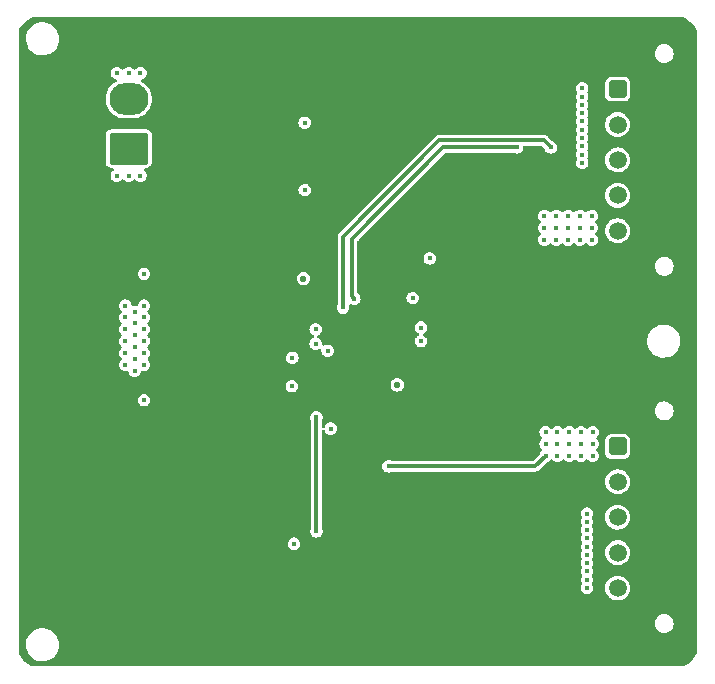
<source format=gbr>
G04 #@! TF.GenerationSoftware,KiCad,Pcbnew,(6.0.4)*
G04 #@! TF.CreationDate,2022-07-06T17:34:36+08:00*
G04 #@! TF.ProjectId,LTC3892_EVB,4c544333-3839-4325-9f45-56422e6b6963,rev?*
G04 #@! TF.SameCoordinates,Original*
G04 #@! TF.FileFunction,Copper,L2,Inr*
G04 #@! TF.FilePolarity,Positive*
%FSLAX46Y46*%
G04 Gerber Fmt 4.6, Leading zero omitted, Abs format (unit mm)*
G04 Created by KiCad (PCBNEW (6.0.4)) date 2022-07-06 17:34:36*
%MOMM*%
%LPD*%
G01*
G04 APERTURE LIST*
G04 Aperture macros list*
%AMRoundRect*
0 Rectangle with rounded corners*
0 $1 Rounding radius*
0 $2 $3 $4 $5 $6 $7 $8 $9 X,Y pos of 4 corners*
0 Add a 4 corners polygon primitive as box body*
4,1,4,$2,$3,$4,$5,$6,$7,$8,$9,$2,$3,0*
0 Add four circle primitives for the rounded corners*
1,1,$1+$1,$2,$3*
1,1,$1+$1,$4,$5*
1,1,$1+$1,$6,$7*
1,1,$1+$1,$8,$9*
0 Add four rect primitives between the rounded corners*
20,1,$1+$1,$2,$3,$4,$5,0*
20,1,$1+$1,$4,$5,$6,$7,0*
20,1,$1+$1,$6,$7,$8,$9,0*
20,1,$1+$1,$8,$9,$2,$3,0*%
G04 Aperture macros list end*
G04 #@! TA.AperFunction,ComponentPad*
%ADD10RoundRect,0.250000X-0.500000X0.500000X-0.500000X-0.500000X0.500000X-0.500000X0.500000X0.500000X0*%
G04 #@! TD*
G04 #@! TA.AperFunction,ComponentPad*
%ADD11C,1.500000*%
G04 #@! TD*
G04 #@! TA.AperFunction,ComponentPad*
%ADD12RoundRect,0.250001X1.399999X-1.099999X1.399999X1.099999X-1.399999X1.099999X-1.399999X-1.099999X0*%
G04 #@! TD*
G04 #@! TA.AperFunction,ComponentPad*
%ADD13O,3.300000X2.700000*%
G04 #@! TD*
G04 #@! TA.AperFunction,ViaPad*
%ADD14C,0.500000*%
G04 #@! TD*
G04 #@! TA.AperFunction,ViaPad*
%ADD15C,0.450000*%
G04 #@! TD*
G04 #@! TA.AperFunction,ViaPad*
%ADD16C,0.550000*%
G04 #@! TD*
G04 #@! TA.AperFunction,Conductor*
%ADD17C,0.300000*%
G04 #@! TD*
G04 APERTURE END LIST*
D10*
G04 #@! TO.N,Vout1(12V)*
G04 #@! TO.C,J1*
X163500000Y-65860000D03*
D11*
X163500000Y-68860000D03*
X163500000Y-71860000D03*
X163500000Y-74860000D03*
X163500000Y-77860000D03*
G04 #@! TO.N,GND*
X166500000Y-65860000D03*
X166500000Y-68860000D03*
X166500000Y-71860000D03*
X166500000Y-74860000D03*
X166500000Y-77860000D03*
G04 #@! TD*
D10*
G04 #@! TO.N,Vout2(-12V)*
G04 #@! TO.C,J2*
X163500000Y-96110000D03*
D11*
X163500000Y-99110000D03*
X163500000Y-102110000D03*
X163500000Y-105110000D03*
X163500000Y-108110000D03*
G04 #@! TO.N,GND*
X166500000Y-96110000D03*
X166500000Y-99110000D03*
X166500000Y-102110000D03*
X166500000Y-105110000D03*
X166500000Y-108110000D03*
G04 #@! TD*
D12*
G04 #@! TO.N,VIN*
G04 #@! TO.C,J3*
X122100000Y-70900000D03*
D13*
X122100000Y-66700000D03*
G04 #@! TO.N,GND*
X116600000Y-70900000D03*
X116600000Y-66700000D03*
G04 #@! TD*
D14*
G04 #@! TO.N,GND*
X142400000Y-86160000D03*
X143200000Y-86160000D03*
X144000000Y-86160000D03*
X141600000Y-86960000D03*
X142400000Y-86960000D03*
X143200000Y-86960000D03*
X144000000Y-86960000D03*
X141600000Y-87760000D03*
X142400000Y-87760000D03*
X143200000Y-87760000D03*
X144000000Y-87760000D03*
X141600000Y-88560000D03*
X142400000Y-88560000D03*
X143200000Y-88560000D03*
X144000000Y-88560000D03*
D15*
X169400000Y-61800000D03*
X167400000Y-60700000D03*
X169400000Y-60700000D03*
X168400000Y-60700000D03*
X165400000Y-60700000D03*
X166400000Y-60700000D03*
X165400000Y-113800000D03*
X166400000Y-113800000D03*
X169400000Y-113800000D03*
X167400000Y-113800000D03*
X168400000Y-113800000D03*
X117400000Y-60700000D03*
X118400000Y-60700000D03*
X119400000Y-60700000D03*
X120400000Y-60700000D03*
X121400000Y-60700000D03*
X122400000Y-60700000D03*
X123400000Y-60700000D03*
X124400000Y-60700000D03*
X125400000Y-60700000D03*
X126400000Y-60700000D03*
X127400000Y-60700000D03*
X128400000Y-60700000D03*
X129400000Y-60700000D03*
X130400000Y-60700000D03*
X131400000Y-60700000D03*
X132400000Y-60700000D03*
X133400000Y-60700000D03*
X134400000Y-60700000D03*
X135400000Y-60700000D03*
X136400000Y-60700000D03*
X137400000Y-60700000D03*
X138400000Y-60700000D03*
X139400000Y-60700000D03*
X140400000Y-60700000D03*
X141400000Y-60700000D03*
X142400000Y-60700000D03*
X143400000Y-60700000D03*
X144400000Y-60700000D03*
X145400000Y-60700000D03*
X146400000Y-60700000D03*
X147400000Y-60700000D03*
X148400000Y-60700000D03*
X149400000Y-60700000D03*
X150400000Y-60700000D03*
X151400000Y-60700000D03*
X152400000Y-60700000D03*
X153400000Y-60700000D03*
X154400000Y-60700000D03*
X155400000Y-60700000D03*
X156400000Y-60700000D03*
X157400000Y-60700000D03*
X158400000Y-60700000D03*
X159400000Y-60700000D03*
X160400000Y-60700000D03*
X161400000Y-60700000D03*
X162400000Y-60700000D03*
X163400000Y-60700000D03*
X164400000Y-60700000D03*
X142400000Y-113800000D03*
X128400000Y-113800000D03*
X144400000Y-113800000D03*
X136400000Y-113800000D03*
X134400000Y-113800000D03*
X152400000Y-113800000D03*
X119400000Y-113800000D03*
X129400000Y-113800000D03*
X124400000Y-113800000D03*
X123400000Y-113800000D03*
X118400000Y-113800000D03*
X125400000Y-113800000D03*
X117400000Y-113800000D03*
X137400000Y-113800000D03*
X138400000Y-113800000D03*
X121400000Y-113800000D03*
X141400000Y-113800000D03*
X143400000Y-113800000D03*
X146400000Y-113800000D03*
X149400000Y-113800000D03*
X120400000Y-113800000D03*
X150400000Y-113800000D03*
X151400000Y-113800000D03*
X154400000Y-113800000D03*
X155400000Y-113800000D03*
X147400000Y-113800000D03*
X158400000Y-113800000D03*
X139400000Y-113800000D03*
X159400000Y-113800000D03*
X132400000Y-113800000D03*
X160400000Y-113800000D03*
X161400000Y-113800000D03*
X145400000Y-113800000D03*
X133400000Y-113800000D03*
X130400000Y-113800000D03*
X148400000Y-113800000D03*
X153400000Y-113800000D03*
X122400000Y-113800000D03*
X126400000Y-113800000D03*
X156400000Y-113800000D03*
X157400000Y-113800000D03*
X127400000Y-113800000D03*
X135400000Y-113800000D03*
X131400000Y-113800000D03*
X140400000Y-113800000D03*
X163400000Y-113800000D03*
X164400000Y-113800000D03*
X162400000Y-113800000D03*
X169400000Y-83900000D03*
X169400000Y-72900000D03*
X169400000Y-101900000D03*
X169400000Y-96900000D03*
X169400000Y-86900000D03*
X169400000Y-100900000D03*
X169400000Y-69900000D03*
X169400000Y-91900000D03*
X169400000Y-105900000D03*
X169400000Y-73900000D03*
X169400001Y-107900000D03*
X169400000Y-95900000D03*
X169400001Y-84900000D03*
X169400001Y-103900000D03*
X169400000Y-104900000D03*
X169400000Y-74900000D03*
X169400000Y-108900000D03*
X169400000Y-81900000D03*
X169400000Y-68900000D03*
X169400000Y-88900000D03*
X169400001Y-75900000D03*
X169400000Y-97900000D03*
X169400000Y-76900000D03*
X169400000Y-90900000D03*
X169400000Y-99900000D03*
X169400000Y-67900000D03*
X169400001Y-98900000D03*
X169400000Y-63900000D03*
X169400000Y-106900000D03*
X169400001Y-66900000D03*
X169400001Y-70900000D03*
X169400001Y-93900000D03*
X169400001Y-102900000D03*
X169400001Y-94900000D03*
X169400000Y-65900000D03*
X169400001Y-71900000D03*
X169400000Y-79900000D03*
X169400000Y-85900000D03*
X169400000Y-92900000D03*
X169400001Y-80900000D03*
X169400000Y-64900000D03*
X169400000Y-77900000D03*
X169400001Y-89900000D03*
X169400001Y-112900000D03*
X169400000Y-87900000D03*
X169400000Y-111900000D03*
X169400000Y-78900000D03*
X169400000Y-110900000D03*
X169400001Y-62900000D03*
X169400000Y-109900000D03*
X169400000Y-82900000D03*
D14*
X141600000Y-86160000D03*
D15*
X133750000Y-87500000D03*
X138000000Y-88600000D03*
X140600000Y-89930000D03*
X140100000Y-94350000D03*
X133750000Y-86850000D03*
X133750000Y-88150000D03*
X133750000Y-86200000D03*
G04 #@! TO.N,VIN*
X123400000Y-84200000D03*
X123400000Y-85200000D03*
X123400000Y-86200000D03*
X123400000Y-87200000D03*
X123400000Y-88200000D03*
X123400000Y-89200000D03*
X121800000Y-86200000D03*
X121800000Y-87200000D03*
X122600000Y-88700000D03*
X121800000Y-89200000D03*
X121800000Y-84200000D03*
X121800000Y-85200000D03*
X122600000Y-89700000D03*
X122600000Y-84700000D03*
X122600000Y-86700000D03*
X122600000Y-87700000D03*
X122600000Y-85700000D03*
X121800000Y-88200000D03*
X123100000Y-73199999D03*
X121100000Y-73200000D03*
X122100000Y-73200000D03*
X121100000Y-64500000D03*
X123100000Y-64499999D03*
X122100000Y-64500000D03*
X123400000Y-81500000D03*
X146849982Y-87199990D03*
X135910016Y-91010014D03*
X123400000Y-92200000D03*
G04 #@! TO.N,INTVcc*
X135950000Y-88600000D03*
X138950000Y-88000000D03*
X139200000Y-94600000D03*
G04 #@! TO.N,Vout2(-12V)*
X160400000Y-96900000D03*
X157400000Y-96900000D03*
X161400000Y-96900000D03*
X158400000Y-96900000D03*
X159400000Y-96900000D03*
X158400000Y-94900000D03*
X159400000Y-95900000D03*
X158400000Y-95900000D03*
X161400000Y-94900000D03*
X159400000Y-94900000D03*
X157400000Y-95900000D03*
X157400000Y-94900000D03*
X160400000Y-95900000D03*
X161400000Y-95900000D03*
X160400000Y-94900000D03*
X160900000Y-105300000D03*
X160900000Y-106700000D03*
X160900000Y-101800000D03*
X160900000Y-108100000D03*
X160900000Y-103200000D03*
X160900000Y-107400000D03*
X160900000Y-106000000D03*
X160900000Y-104600000D03*
X160900000Y-103900000D03*
X160900000Y-102500000D03*
X144099998Y-97800001D03*
G04 #@! TO.N,Net-(C23-Pad1)*
X147600000Y-80200000D03*
G04 #@! TO.N,Vout1(12V)*
X160500000Y-65800000D03*
X160500000Y-68600000D03*
X160500000Y-67900000D03*
X160500000Y-67200000D03*
X160500000Y-66500000D03*
X160500000Y-69300000D03*
X160500000Y-70000000D03*
X160500000Y-71400000D03*
X160500000Y-70700000D03*
X160500000Y-72100000D03*
X158300000Y-76600000D03*
X159300000Y-76600000D03*
X160300000Y-76600000D03*
X161300000Y-76600000D03*
X157300000Y-77600000D03*
X158300000Y-77600000D03*
X159300000Y-77600000D03*
X160300000Y-77600000D03*
X161300000Y-77600000D03*
X157300000Y-78600000D03*
X158300000Y-78600000D03*
X159300000Y-78600000D03*
X160300000Y-78600000D03*
X161300000Y-78600000D03*
X157300000Y-76600000D03*
X157850000Y-70800000D03*
X140250000Y-84350000D03*
G04 #@! TO.N,Net-(C25-Pad1)*
X154950000Y-70800000D03*
X141200000Y-83600000D03*
G04 #@! TO.N,Net-(D1-Pad2)*
X137940000Y-86200000D03*
G04 #@! TO.N,Net-(D2-Pad2)*
X137940000Y-87410000D03*
G04 #@! TO.N,Net-(Q1-Pad4)*
X136100000Y-104350000D03*
D16*
X144850000Y-90900000D03*
D15*
G04 #@! TO.N,Net-(Q1-Pad1)*
X138000000Y-93650000D03*
X138000000Y-103300000D03*
G04 #@! TO.N,Net-(Q2-Pad4)*
X146850000Y-86050000D03*
D16*
X136900000Y-81900000D03*
D15*
G04 #@! TO.N,Net-(Q3-Pad4)*
X137000000Y-68700000D03*
X137000000Y-74400000D03*
X146150001Y-83550005D03*
G04 #@! TD*
D17*
G04 #@! TO.N,Vout2(-12V)*
X156499999Y-97800001D02*
X157400000Y-96900000D01*
X144099998Y-97800001D02*
X156499999Y-97800001D01*
G04 #@! TO.N,Vout1(12V)*
X140250000Y-84350000D02*
X140250000Y-78350000D01*
X140250000Y-78350000D02*
X148400000Y-70200000D01*
X148400000Y-70200000D02*
X157250000Y-70200000D01*
X157250000Y-70200000D02*
X157850000Y-70800000D01*
G04 #@! TO.N,Net-(C25-Pad1)*
X141000000Y-78550000D02*
X148750000Y-70800000D01*
X148750000Y-70800000D02*
X154950000Y-70800000D01*
X141200000Y-83600000D02*
X141000000Y-83400000D01*
X141000000Y-83400000D02*
X141000000Y-78550000D01*
G04 #@! TO.N,Net-(Q1-Pad1)*
X138000000Y-93650000D02*
X138000000Y-103300000D01*
G04 #@! TD*
G04 #@! TA.AperFunction,Conductor*
G04 #@! TO.N,GND*
G36*
X169129914Y-59810924D02*
G01*
X169215319Y-59849361D01*
X169228579Y-59856320D01*
X169443039Y-59985967D01*
X169455362Y-59994473D01*
X169652636Y-60149027D01*
X169663844Y-60158957D01*
X169841043Y-60336156D01*
X169850973Y-60347364D01*
X170005527Y-60544638D01*
X170014033Y-60556961D01*
X170143680Y-60771421D01*
X170150639Y-60784681D01*
X170189076Y-60870086D01*
X170200000Y-60920976D01*
X170200000Y-113579024D01*
X170189076Y-113629914D01*
X170150639Y-113715319D01*
X170143680Y-113728579D01*
X170014033Y-113943039D01*
X170005527Y-113955362D01*
X169850973Y-114152636D01*
X169841043Y-114163844D01*
X169663844Y-114341043D01*
X169652636Y-114350973D01*
X169455362Y-114505527D01*
X169443039Y-114514033D01*
X169228579Y-114643680D01*
X169215319Y-114650639D01*
X169129914Y-114689076D01*
X169079024Y-114700000D01*
X113920976Y-114700000D01*
X113870086Y-114689076D01*
X113784681Y-114650639D01*
X113771421Y-114643680D01*
X113556961Y-114514033D01*
X113544638Y-114505527D01*
X113347364Y-114350973D01*
X113336156Y-114341043D01*
X113158957Y-114163844D01*
X113149027Y-114152636D01*
X112994473Y-113955362D01*
X112985967Y-113943039D01*
X112856320Y-113728579D01*
X112849361Y-113715319D01*
X112810924Y-113629914D01*
X112800000Y-113579024D01*
X112800000Y-112833789D01*
X113395996Y-112833789D01*
X113404913Y-113071295D01*
X113405990Y-113076430D01*
X113405991Y-113076435D01*
X113437452Y-113226375D01*
X113453719Y-113303904D01*
X113541020Y-113524963D01*
X113543741Y-113529447D01*
X113543743Y-113529451D01*
X113611233Y-113640670D01*
X113664319Y-113728153D01*
X113820090Y-113907664D01*
X114003880Y-114058362D01*
X114008441Y-114060958D01*
X114008442Y-114060959D01*
X114205875Y-114173345D01*
X114205880Y-114173347D01*
X114210433Y-114175939D01*
X114433844Y-114257034D01*
X114667725Y-114299326D01*
X114692619Y-114300500D01*
X114859680Y-114300500D01*
X114862296Y-114300278D01*
X114862297Y-114300278D01*
X115031590Y-114285913D01*
X115036823Y-114285469D01*
X115266874Y-114225760D01*
X115483576Y-114128143D01*
X115680732Y-113995409D01*
X115852705Y-113831355D01*
X115994579Y-113640670D01*
X116025921Y-113579024D01*
X116099913Y-113433493D01*
X116099915Y-113433488D01*
X116102295Y-113428807D01*
X116172775Y-113201824D01*
X116204004Y-112966211D01*
X116195087Y-112728705D01*
X116189065Y-112700000D01*
X116147361Y-112501242D01*
X116147360Y-112501239D01*
X116146281Y-112496096D01*
X116058980Y-112275037D01*
X115991607Y-112164009D01*
X115938408Y-112076341D01*
X115935681Y-112071847D01*
X115795336Y-111910113D01*
X115783356Y-111896307D01*
X115783355Y-111896306D01*
X115779910Y-111892336D01*
X115596120Y-111741638D01*
X115478687Y-111674791D01*
X115394125Y-111626655D01*
X115394120Y-111626653D01*
X115389567Y-111624061D01*
X115166156Y-111542966D01*
X114932275Y-111500674D01*
X114907381Y-111499500D01*
X114740320Y-111499500D01*
X114737704Y-111499722D01*
X114737703Y-111499722D01*
X114726484Y-111500674D01*
X114563177Y-111514531D01*
X114333126Y-111574240D01*
X114116424Y-111671857D01*
X113919268Y-111804591D01*
X113747295Y-111968645D01*
X113605421Y-112159330D01*
X113603042Y-112164008D01*
X113603042Y-112164009D01*
X113548875Y-112270549D01*
X113497705Y-112371193D01*
X113427225Y-112598176D01*
X113426534Y-112603386D01*
X113426534Y-112603388D01*
X113417214Y-112673708D01*
X113395996Y-112833789D01*
X112800000Y-112833789D01*
X112800000Y-111104376D01*
X166634455Y-111104376D01*
X166635179Y-111111265D01*
X166635179Y-111111268D01*
X166652502Y-111276087D01*
X166653227Y-111282983D01*
X166711103Y-111452993D01*
X166805206Y-111605955D01*
X166930859Y-111734268D01*
X167081817Y-111831554D01*
X167149994Y-111856368D01*
X167244063Y-111890607D01*
X167244065Y-111890608D01*
X167250578Y-111892978D01*
X167308253Y-111900264D01*
X167385417Y-111910012D01*
X167385423Y-111910012D01*
X167389283Y-111910500D01*
X167485155Y-111910500D01*
X167488602Y-111910113D01*
X167488608Y-111910113D01*
X167611581Y-111896319D01*
X167618472Y-111895546D01*
X167788073Y-111836485D01*
X167940375Y-111741316D01*
X168058451Y-111624061D01*
X168062890Y-111619653D01*
X168062891Y-111619652D01*
X168067807Y-111614770D01*
X168164037Y-111463136D01*
X168169984Y-111446436D01*
X168221957Y-111300479D01*
X168221958Y-111300475D01*
X168224281Y-111293951D01*
X168245545Y-111115624D01*
X168243640Y-111097494D01*
X168227498Y-110943913D01*
X168227498Y-110943911D01*
X168226773Y-110937017D01*
X168168897Y-110767007D01*
X168074794Y-110614045D01*
X167949141Y-110485732D01*
X167798183Y-110388446D01*
X167730006Y-110363632D01*
X167635937Y-110329393D01*
X167635935Y-110329392D01*
X167629422Y-110327022D01*
X167571747Y-110319736D01*
X167494583Y-110309988D01*
X167494577Y-110309988D01*
X167490717Y-110309500D01*
X167394845Y-110309500D01*
X167391398Y-110309887D01*
X167391392Y-110309887D01*
X167268419Y-110323681D01*
X167261528Y-110324454D01*
X167091927Y-110383515D01*
X166939625Y-110478684D01*
X166812193Y-110605230D01*
X166715963Y-110756864D01*
X166713636Y-110763399D01*
X166658043Y-110919521D01*
X166658042Y-110919525D01*
X166655719Y-110926049D01*
X166634455Y-111104376D01*
X112800000Y-111104376D01*
X112800000Y-108100000D01*
X160369965Y-108100000D01*
X160388026Y-108237183D01*
X160391137Y-108244694D01*
X160391138Y-108244697D01*
X160426046Y-108328973D01*
X160440976Y-108365017D01*
X160525209Y-108474791D01*
X160634982Y-108559024D01*
X160642490Y-108562134D01*
X160642492Y-108562135D01*
X160678980Y-108577248D01*
X160762817Y-108611974D01*
X160900000Y-108630035D01*
X161037183Y-108611974D01*
X161121020Y-108577248D01*
X161157508Y-108562135D01*
X161157510Y-108562134D01*
X161165018Y-108559024D01*
X161274791Y-108474791D01*
X161359024Y-108365017D01*
X161373954Y-108328973D01*
X161408862Y-108244697D01*
X161408863Y-108244694D01*
X161411974Y-108237183D01*
X161430035Y-108100000D01*
X161429411Y-108095262D01*
X162444520Y-108095262D01*
X162461759Y-108300553D01*
X162518544Y-108498586D01*
X162612712Y-108681818D01*
X162616480Y-108686572D01*
X162645402Y-108723062D01*
X162740677Y-108843270D01*
X162745296Y-108847201D01*
X162892950Y-108972865D01*
X162892955Y-108972869D01*
X162897564Y-108976791D01*
X163077398Y-109077297D01*
X163273329Y-109140959D01*
X163279347Y-109141677D01*
X163279349Y-109141677D01*
X163421410Y-109158616D01*
X163477894Y-109165351D01*
X163483938Y-109164886D01*
X163483939Y-109164886D01*
X163545266Y-109160167D01*
X163683300Y-109149546D01*
X163768596Y-109125731D01*
X163875885Y-109095776D01*
X163875889Y-109095774D01*
X163881725Y-109094145D01*
X164065610Y-109001258D01*
X164227951Y-108874424D01*
X164231907Y-108869840D01*
X164231911Y-108869837D01*
X164358602Y-108723062D01*
X164362564Y-108718472D01*
X164383387Y-108681818D01*
X164461327Y-108544618D01*
X164464323Y-108539344D01*
X164529351Y-108343863D01*
X164534823Y-108300553D01*
X164554736Y-108142919D01*
X164554736Y-108142915D01*
X164555171Y-108139474D01*
X164555583Y-108110000D01*
X164553547Y-108089232D01*
X164536072Y-107911006D01*
X164536072Y-107911004D01*
X164535480Y-107904970D01*
X164475935Y-107707749D01*
X164389240Y-107544697D01*
X164382065Y-107531203D01*
X164382064Y-107531201D01*
X164379218Y-107525849D01*
X164249011Y-107366200D01*
X164090275Y-107234882D01*
X163999665Y-107185889D01*
X163914393Y-107139783D01*
X163914391Y-107139782D01*
X163909055Y-107136897D01*
X163899991Y-107134091D01*
X163718046Y-107077770D01*
X163718047Y-107077770D01*
X163712254Y-107075977D01*
X163507369Y-107054443D01*
X163501336Y-107054992D01*
X163501332Y-107054992D01*
X163375721Y-107066424D01*
X163302203Y-107073114D01*
X163296390Y-107074825D01*
X163296389Y-107074825D01*
X163110392Y-107129567D01*
X163104572Y-107131280D01*
X163083122Y-107142494D01*
X162927374Y-107223917D01*
X162927370Y-107223920D01*
X162922002Y-107226726D01*
X162917279Y-107230523D01*
X162917278Y-107230524D01*
X162877114Y-107262817D01*
X162761447Y-107355815D01*
X162629024Y-107513630D01*
X162529776Y-107694162D01*
X162467484Y-107890532D01*
X162444520Y-108095262D01*
X161429411Y-108095262D01*
X161411974Y-107962817D01*
X161390514Y-107911006D01*
X161362135Y-107842494D01*
X161359024Y-107834983D01*
X161354075Y-107828533D01*
X161354073Y-107828530D01*
X161351740Y-107825489D01*
X161350568Y-107822458D01*
X161350011Y-107821493D01*
X161350161Y-107821406D01*
X161326543Y-107760321D01*
X161340580Y-107691876D01*
X161351740Y-107674511D01*
X161354073Y-107671470D01*
X161354075Y-107671467D01*
X161359024Y-107665017D01*
X161411974Y-107537183D01*
X161430035Y-107400000D01*
X161411974Y-107262817D01*
X161359024Y-107134983D01*
X161354075Y-107128533D01*
X161354073Y-107128530D01*
X161351740Y-107125489D01*
X161350568Y-107122458D01*
X161350011Y-107121493D01*
X161350161Y-107121406D01*
X161326543Y-107060321D01*
X161340580Y-106991876D01*
X161351740Y-106974511D01*
X161354073Y-106971470D01*
X161354075Y-106971467D01*
X161359024Y-106965017D01*
X161411974Y-106837183D01*
X161430035Y-106700000D01*
X161411974Y-106562817D01*
X161359024Y-106434983D01*
X161354075Y-106428533D01*
X161354073Y-106428530D01*
X161351740Y-106425489D01*
X161350568Y-106422458D01*
X161350011Y-106421493D01*
X161350161Y-106421406D01*
X161326543Y-106360321D01*
X161340580Y-106291876D01*
X161351740Y-106274511D01*
X161354073Y-106271470D01*
X161354075Y-106271467D01*
X161359024Y-106265017D01*
X161411974Y-106137183D01*
X161430035Y-106000000D01*
X161411974Y-105862817D01*
X161403878Y-105843270D01*
X161362135Y-105742494D01*
X161359024Y-105734983D01*
X161354075Y-105728533D01*
X161354073Y-105728530D01*
X161351740Y-105725489D01*
X161350568Y-105722458D01*
X161350011Y-105721493D01*
X161350161Y-105721406D01*
X161326543Y-105660321D01*
X161340580Y-105591876D01*
X161351740Y-105574511D01*
X161354073Y-105571470D01*
X161354075Y-105571467D01*
X161359024Y-105565017D01*
X161411974Y-105437183D01*
X161430035Y-105300000D01*
X161411974Y-105162817D01*
X161400869Y-105136005D01*
X161383992Y-105095262D01*
X162444520Y-105095262D01*
X162461759Y-105300553D01*
X162518544Y-105498586D01*
X162612712Y-105681818D01*
X162616480Y-105686572D01*
X162645402Y-105723062D01*
X162740677Y-105843270D01*
X162745296Y-105847201D01*
X162892950Y-105972865D01*
X162892955Y-105972869D01*
X162897564Y-105976791D01*
X163077398Y-106077297D01*
X163222785Y-106124536D01*
X163261708Y-106137183D01*
X163273329Y-106140959D01*
X163279347Y-106141677D01*
X163279349Y-106141677D01*
X163421410Y-106158616D01*
X163477894Y-106165351D01*
X163483938Y-106164886D01*
X163483939Y-106164886D01*
X163545266Y-106160167D01*
X163683300Y-106149546D01*
X163768596Y-106125731D01*
X163875885Y-106095776D01*
X163875889Y-106095774D01*
X163881725Y-106094145D01*
X164065610Y-106001258D01*
X164227951Y-105874424D01*
X164231907Y-105869840D01*
X164231911Y-105869837D01*
X164358602Y-105723062D01*
X164362564Y-105718472D01*
X164368443Y-105708124D01*
X164461327Y-105544618D01*
X164464323Y-105539344D01*
X164529351Y-105343863D01*
X164534823Y-105300553D01*
X164554736Y-105142919D01*
X164554736Y-105142915D01*
X164555171Y-105139474D01*
X164555583Y-105110000D01*
X164546905Y-105021493D01*
X164536072Y-104911006D01*
X164536072Y-104911004D01*
X164535480Y-104904970D01*
X164475935Y-104707749D01*
X164379218Y-104525849D01*
X164249011Y-104366200D01*
X164229429Y-104350000D01*
X164094946Y-104238746D01*
X164094945Y-104238745D01*
X164090275Y-104234882D01*
X163909055Y-104136897D01*
X163899991Y-104134091D01*
X163718046Y-104077770D01*
X163718047Y-104077770D01*
X163712254Y-104075977D01*
X163507369Y-104054443D01*
X163501336Y-104054992D01*
X163501332Y-104054992D01*
X163375721Y-104066424D01*
X163302203Y-104073114D01*
X163296390Y-104074825D01*
X163296389Y-104074825D01*
X163236355Y-104092494D01*
X163104572Y-104131280D01*
X163054407Y-104157506D01*
X162927374Y-104223917D01*
X162927370Y-104223920D01*
X162922002Y-104226726D01*
X162917279Y-104230523D01*
X162917278Y-104230524D01*
X162905892Y-104239679D01*
X162761447Y-104355815D01*
X162629024Y-104513630D01*
X162529776Y-104694162D01*
X162527942Y-104699944D01*
X162527941Y-104699946D01*
X162471271Y-104878594D01*
X162467484Y-104890532D01*
X162444520Y-105095262D01*
X161383992Y-105095262D01*
X161362135Y-105042494D01*
X161359024Y-105034983D01*
X161354075Y-105028533D01*
X161354073Y-105028530D01*
X161351740Y-105025489D01*
X161350568Y-105022458D01*
X161350011Y-105021493D01*
X161350161Y-105021406D01*
X161326543Y-104960321D01*
X161340580Y-104891876D01*
X161351740Y-104874511D01*
X161354073Y-104871470D01*
X161354075Y-104871467D01*
X161359024Y-104865017D01*
X161411974Y-104737183D01*
X161430035Y-104600000D01*
X161411974Y-104462817D01*
X161359024Y-104334983D01*
X161354075Y-104328533D01*
X161354073Y-104328530D01*
X161351740Y-104325489D01*
X161350568Y-104322458D01*
X161350011Y-104321493D01*
X161350161Y-104321406D01*
X161326543Y-104260321D01*
X161340580Y-104191876D01*
X161351740Y-104174511D01*
X161354073Y-104171470D01*
X161354075Y-104171467D01*
X161359024Y-104165017D01*
X161394845Y-104078536D01*
X161408862Y-104044697D01*
X161408863Y-104044694D01*
X161411974Y-104037183D01*
X161430035Y-103900000D01*
X161411974Y-103762817D01*
X161359024Y-103634983D01*
X161354075Y-103628533D01*
X161354073Y-103628530D01*
X161351740Y-103625489D01*
X161350568Y-103622458D01*
X161350011Y-103621493D01*
X161350161Y-103621406D01*
X161326543Y-103560321D01*
X161340580Y-103491876D01*
X161351740Y-103474511D01*
X161354073Y-103471470D01*
X161354075Y-103471467D01*
X161359024Y-103465017D01*
X161411974Y-103337183D01*
X161430035Y-103200000D01*
X161411974Y-103062817D01*
X161395844Y-103023874D01*
X161362135Y-102942494D01*
X161359024Y-102934983D01*
X161354075Y-102928533D01*
X161354073Y-102928530D01*
X161351740Y-102925489D01*
X161350568Y-102922458D01*
X161350011Y-102921493D01*
X161350161Y-102921406D01*
X161326543Y-102860321D01*
X161340580Y-102791876D01*
X161351740Y-102774511D01*
X161354073Y-102771470D01*
X161354075Y-102771467D01*
X161359024Y-102765017D01*
X161411974Y-102637183D01*
X161430035Y-102500000D01*
X161411974Y-102362817D01*
X161401633Y-102337850D01*
X161362135Y-102242494D01*
X161359024Y-102234983D01*
X161354075Y-102228533D01*
X161354073Y-102228530D01*
X161351740Y-102225489D01*
X161350568Y-102222458D01*
X161350011Y-102221493D01*
X161350161Y-102221406D01*
X161326543Y-102160321D01*
X161339886Y-102095262D01*
X162444520Y-102095262D01*
X162461759Y-102300553D01*
X162518544Y-102498586D01*
X162612712Y-102681818D01*
X162616480Y-102686572D01*
X162689416Y-102778594D01*
X162740677Y-102843270D01*
X162745296Y-102847201D01*
X162892950Y-102972865D01*
X162892955Y-102972869D01*
X162897564Y-102976791D01*
X163077398Y-103077297D01*
X163273329Y-103140959D01*
X163279347Y-103141677D01*
X163279349Y-103141677D01*
X163393626Y-103155303D01*
X163477894Y-103165351D01*
X163483938Y-103164886D01*
X163483939Y-103164886D01*
X163545266Y-103160167D01*
X163683300Y-103149546D01*
X163768596Y-103125731D01*
X163875885Y-103095776D01*
X163875889Y-103095774D01*
X163881725Y-103094145D01*
X164065610Y-103001258D01*
X164227951Y-102874424D01*
X164231907Y-102869840D01*
X164231911Y-102869837D01*
X164358602Y-102723062D01*
X164362564Y-102718472D01*
X164383387Y-102681818D01*
X164461327Y-102544618D01*
X164464323Y-102539344D01*
X164523046Y-102362817D01*
X164527439Y-102349611D01*
X164527439Y-102349610D01*
X164529351Y-102343863D01*
X164534823Y-102300553D01*
X164554736Y-102142919D01*
X164554736Y-102142915D01*
X164555171Y-102139474D01*
X164555583Y-102110000D01*
X164551805Y-102071470D01*
X164536072Y-101911006D01*
X164536072Y-101911004D01*
X164535480Y-101904970D01*
X164475935Y-101707749D01*
X164379218Y-101525849D01*
X164249011Y-101366200D01*
X164224503Y-101345925D01*
X164094946Y-101238746D01*
X164094945Y-101238745D01*
X164090275Y-101234882D01*
X163909055Y-101136897D01*
X163899991Y-101134091D01*
X163718046Y-101077770D01*
X163718047Y-101077770D01*
X163712254Y-101075977D01*
X163507369Y-101054443D01*
X163501336Y-101054992D01*
X163501332Y-101054992D01*
X163375721Y-101066424D01*
X163302203Y-101073114D01*
X163296390Y-101074825D01*
X163296389Y-101074825D01*
X163292475Y-101075977D01*
X163104572Y-101131280D01*
X163020819Y-101175065D01*
X162927374Y-101223917D01*
X162927370Y-101223920D01*
X162922002Y-101226726D01*
X162917279Y-101230523D01*
X162917278Y-101230524D01*
X162773748Y-101345925D01*
X162761447Y-101355815D01*
X162629024Y-101513630D01*
X162529776Y-101694162D01*
X162467484Y-101890532D01*
X162463156Y-101929120D01*
X162446390Y-102078594D01*
X162444520Y-102095262D01*
X161339886Y-102095262D01*
X161340580Y-102091876D01*
X161351740Y-102074511D01*
X161354073Y-102071470D01*
X161354075Y-102071467D01*
X161359024Y-102065017D01*
X161411974Y-101937183D01*
X161430035Y-101800000D01*
X161411974Y-101662817D01*
X161359024Y-101534983D01*
X161274791Y-101425209D01*
X161165018Y-101340976D01*
X161157510Y-101337866D01*
X161157508Y-101337865D01*
X161121020Y-101322752D01*
X161037183Y-101288026D01*
X160900000Y-101269965D01*
X160762817Y-101288026D01*
X160755306Y-101291137D01*
X160755303Y-101291138D01*
X160755301Y-101291139D01*
X160634983Y-101340976D01*
X160525209Y-101425209D01*
X160440976Y-101534983D01*
X160388026Y-101662817D01*
X160369965Y-101800000D01*
X160388026Y-101937183D01*
X160440976Y-102065017D01*
X160445925Y-102071467D01*
X160445927Y-102071470D01*
X160448260Y-102074511D01*
X160449432Y-102077542D01*
X160449989Y-102078507D01*
X160449839Y-102078594D01*
X160473457Y-102139679D01*
X160459420Y-102208124D01*
X160448260Y-102225489D01*
X160445927Y-102228530D01*
X160445925Y-102228533D01*
X160440976Y-102234983D01*
X160437865Y-102242494D01*
X160398368Y-102337850D01*
X160388026Y-102362817D01*
X160369965Y-102500000D01*
X160388026Y-102637183D01*
X160440976Y-102765017D01*
X160445925Y-102771467D01*
X160445927Y-102771470D01*
X160448260Y-102774511D01*
X160449432Y-102777542D01*
X160449989Y-102778507D01*
X160449839Y-102778594D01*
X160473457Y-102839679D01*
X160459420Y-102908124D01*
X160448260Y-102925489D01*
X160445927Y-102928530D01*
X160445925Y-102928533D01*
X160440976Y-102934983D01*
X160437865Y-102942494D01*
X160404157Y-103023874D01*
X160388026Y-103062817D01*
X160369965Y-103200000D01*
X160388026Y-103337183D01*
X160440976Y-103465017D01*
X160445925Y-103471467D01*
X160445927Y-103471470D01*
X160448260Y-103474511D01*
X160449432Y-103477542D01*
X160449989Y-103478507D01*
X160449839Y-103478594D01*
X160473457Y-103539679D01*
X160459420Y-103608124D01*
X160448260Y-103625489D01*
X160445927Y-103628530D01*
X160445925Y-103628533D01*
X160440976Y-103634983D01*
X160388026Y-103762817D01*
X160369965Y-103900000D01*
X160388026Y-104037183D01*
X160391137Y-104044694D01*
X160391138Y-104044697D01*
X160405155Y-104078536D01*
X160440976Y-104165017D01*
X160445925Y-104171467D01*
X160445927Y-104171470D01*
X160448260Y-104174511D01*
X160449432Y-104177542D01*
X160449989Y-104178507D01*
X160449839Y-104178594D01*
X160473457Y-104239679D01*
X160459420Y-104308124D01*
X160448260Y-104325489D01*
X160445927Y-104328530D01*
X160445925Y-104328533D01*
X160440976Y-104334983D01*
X160388026Y-104462817D01*
X160369965Y-104600000D01*
X160388026Y-104737183D01*
X160440976Y-104865017D01*
X160445925Y-104871467D01*
X160445927Y-104871470D01*
X160448260Y-104874511D01*
X160449432Y-104877542D01*
X160449989Y-104878507D01*
X160449839Y-104878594D01*
X160473457Y-104939679D01*
X160459420Y-105008124D01*
X160448260Y-105025489D01*
X160445927Y-105028530D01*
X160445925Y-105028533D01*
X160440976Y-105034983D01*
X160437865Y-105042494D01*
X160399132Y-105136005D01*
X160388026Y-105162817D01*
X160369965Y-105300000D01*
X160388026Y-105437183D01*
X160440976Y-105565017D01*
X160445925Y-105571467D01*
X160445927Y-105571470D01*
X160448260Y-105574511D01*
X160449432Y-105577542D01*
X160449989Y-105578507D01*
X160449839Y-105578594D01*
X160473457Y-105639679D01*
X160459420Y-105708124D01*
X160448260Y-105725489D01*
X160445927Y-105728530D01*
X160445925Y-105728533D01*
X160440976Y-105734983D01*
X160437865Y-105742494D01*
X160396123Y-105843270D01*
X160388026Y-105862817D01*
X160369965Y-106000000D01*
X160388026Y-106137183D01*
X160440976Y-106265017D01*
X160445925Y-106271467D01*
X160445927Y-106271470D01*
X160448260Y-106274511D01*
X160449432Y-106277542D01*
X160449989Y-106278507D01*
X160449839Y-106278594D01*
X160473457Y-106339679D01*
X160459420Y-106408124D01*
X160448260Y-106425489D01*
X160445927Y-106428530D01*
X160445925Y-106428533D01*
X160440976Y-106434983D01*
X160388026Y-106562817D01*
X160369965Y-106700000D01*
X160388026Y-106837183D01*
X160440976Y-106965017D01*
X160445925Y-106971467D01*
X160445927Y-106971470D01*
X160448260Y-106974511D01*
X160449432Y-106977542D01*
X160449989Y-106978507D01*
X160449839Y-106978594D01*
X160473457Y-107039679D01*
X160459420Y-107108124D01*
X160448260Y-107125489D01*
X160445927Y-107128530D01*
X160445925Y-107128533D01*
X160440976Y-107134983D01*
X160388026Y-107262817D01*
X160369965Y-107400000D01*
X160388026Y-107537183D01*
X160440976Y-107665017D01*
X160445925Y-107671467D01*
X160445927Y-107671470D01*
X160448260Y-107674511D01*
X160449432Y-107677542D01*
X160449989Y-107678507D01*
X160449839Y-107678594D01*
X160473457Y-107739679D01*
X160459420Y-107808124D01*
X160448260Y-107825489D01*
X160445927Y-107828530D01*
X160445925Y-107828533D01*
X160440976Y-107834983D01*
X160437865Y-107842494D01*
X160409487Y-107911006D01*
X160388026Y-107962817D01*
X160369965Y-108100000D01*
X112800000Y-108100000D01*
X112800000Y-104350000D01*
X135569965Y-104350000D01*
X135588026Y-104487183D01*
X135591137Y-104494694D01*
X135591138Y-104494697D01*
X135601183Y-104518947D01*
X135640976Y-104615017D01*
X135725209Y-104724791D01*
X135834982Y-104809024D01*
X135842490Y-104812134D01*
X135842492Y-104812135D01*
X135878980Y-104827248D01*
X135962817Y-104861974D01*
X136100000Y-104880035D01*
X136237183Y-104861974D01*
X136321020Y-104827248D01*
X136357508Y-104812135D01*
X136357510Y-104812134D01*
X136365018Y-104809024D01*
X136474791Y-104724791D01*
X136559024Y-104615017D01*
X136598817Y-104518947D01*
X136608862Y-104494697D01*
X136608863Y-104494694D01*
X136611974Y-104487183D01*
X136630035Y-104350000D01*
X136611974Y-104212817D01*
X136597763Y-104178507D01*
X136562135Y-104092494D01*
X136559024Y-104084983D01*
X136474791Y-103975209D01*
X136365018Y-103890976D01*
X136357510Y-103887866D01*
X136357508Y-103887865D01*
X136321020Y-103872752D01*
X136237183Y-103838026D01*
X136100000Y-103819965D01*
X135962817Y-103838026D01*
X135955306Y-103841137D01*
X135955303Y-103841138D01*
X135955301Y-103841139D01*
X135834983Y-103890976D01*
X135725209Y-103975209D01*
X135640976Y-104084983D01*
X135637865Y-104092494D01*
X135602238Y-104178507D01*
X135588026Y-104212817D01*
X135569965Y-104350000D01*
X112800000Y-104350000D01*
X112800000Y-103300000D01*
X137469965Y-103300000D01*
X137488026Y-103437183D01*
X137491137Y-103444694D01*
X137491138Y-103444697D01*
X137504743Y-103477542D01*
X137540976Y-103565017D01*
X137625209Y-103674791D01*
X137734982Y-103759024D01*
X137742490Y-103762134D01*
X137742492Y-103762135D01*
X137744139Y-103762817D01*
X137862817Y-103811974D01*
X138000000Y-103830035D01*
X138137183Y-103811974D01*
X138255861Y-103762817D01*
X138257508Y-103762135D01*
X138257510Y-103762134D01*
X138265018Y-103759024D01*
X138374791Y-103674791D01*
X138459024Y-103565017D01*
X138495257Y-103477542D01*
X138508862Y-103444697D01*
X138508863Y-103444694D01*
X138511974Y-103437183D01*
X138530035Y-103300000D01*
X138511974Y-103162817D01*
X138502921Y-103140959D01*
X138459939Y-103037192D01*
X138450500Y-102989740D01*
X138450500Y-99095262D01*
X162444520Y-99095262D01*
X162461759Y-99300553D01*
X162518544Y-99498586D01*
X162612712Y-99681818D01*
X162616480Y-99686572D01*
X162645402Y-99723062D01*
X162740677Y-99843270D01*
X162745296Y-99847201D01*
X162892950Y-99972865D01*
X162892955Y-99972869D01*
X162897564Y-99976791D01*
X163077398Y-100077297D01*
X163273329Y-100140959D01*
X163279347Y-100141677D01*
X163279349Y-100141677D01*
X163421410Y-100158616D01*
X163477894Y-100165351D01*
X163483938Y-100164886D01*
X163483939Y-100164886D01*
X163545266Y-100160167D01*
X163683300Y-100149546D01*
X163768596Y-100125731D01*
X163875885Y-100095776D01*
X163875889Y-100095774D01*
X163881725Y-100094145D01*
X164065610Y-100001258D01*
X164227951Y-99874424D01*
X164231907Y-99869840D01*
X164231911Y-99869837D01*
X164358602Y-99723062D01*
X164362564Y-99718472D01*
X164383387Y-99681818D01*
X164461327Y-99544618D01*
X164464323Y-99539344D01*
X164529351Y-99343863D01*
X164534823Y-99300553D01*
X164554736Y-99142919D01*
X164554736Y-99142915D01*
X164555171Y-99139474D01*
X164555583Y-99110000D01*
X164535480Y-98904970D01*
X164475935Y-98707749D01*
X164379218Y-98525849D01*
X164249011Y-98366200D01*
X164183464Y-98311975D01*
X164094946Y-98238746D01*
X164094945Y-98238745D01*
X164090275Y-98234882D01*
X163909055Y-98136897D01*
X163899991Y-98134091D01*
X163718046Y-98077770D01*
X163718047Y-98077770D01*
X163712254Y-98075977D01*
X163507369Y-98054443D01*
X163501336Y-98054992D01*
X163501332Y-98054992D01*
X163375721Y-98066424D01*
X163302203Y-98073114D01*
X163296390Y-98074825D01*
X163296389Y-98074825D01*
X163124951Y-98125282D01*
X163104572Y-98131280D01*
X163033668Y-98168348D01*
X162927374Y-98223917D01*
X162927370Y-98223920D01*
X162922002Y-98226726D01*
X162917279Y-98230523D01*
X162917278Y-98230524D01*
X162793510Y-98330036D01*
X162761447Y-98355815D01*
X162629024Y-98513630D01*
X162529776Y-98694162D01*
X162467484Y-98890532D01*
X162444520Y-99095262D01*
X138450500Y-99095262D01*
X138450500Y-97800001D01*
X143569963Y-97800001D01*
X143588024Y-97937184D01*
X143640974Y-98065018D01*
X143725207Y-98174792D01*
X143834980Y-98259025D01*
X143842488Y-98262135D01*
X143842490Y-98262136D01*
X143878978Y-98277249D01*
X143962815Y-98311975D01*
X144099998Y-98330036D01*
X144237181Y-98311975D01*
X144362807Y-98259940D01*
X144410259Y-98250501D01*
X156465896Y-98250501D01*
X156480470Y-98251360D01*
X156505104Y-98254276D01*
X156505107Y-98254276D01*
X156514309Y-98255365D01*
X156550973Y-98248669D01*
X156572021Y-98244825D01*
X156575863Y-98244185D01*
X156612038Y-98238746D01*
X156633961Y-98235450D01*
X156640474Y-98232322D01*
X156647572Y-98231026D01*
X156661258Y-98223917D01*
X156699662Y-98203968D01*
X156703145Y-98202228D01*
X156756078Y-98176810D01*
X156761298Y-98171985D01*
X156761519Y-98171836D01*
X156767787Y-98168580D01*
X156772827Y-98164276D01*
X156810096Y-98127007D01*
X156813606Y-98123632D01*
X156848748Y-98091148D01*
X156848750Y-98091145D01*
X156855555Y-98084855D01*
X156859236Y-98078517D01*
X156864827Y-98072276D01*
X157499165Y-97437938D01*
X157539394Y-97411058D01*
X157544699Y-97408861D01*
X157584028Y-97392570D01*
X157657508Y-97362135D01*
X157657510Y-97362134D01*
X157665018Y-97359024D01*
X157774791Y-97274791D01*
X157779736Y-97268347D01*
X157779740Y-97268343D01*
X157801625Y-97239822D01*
X157858053Y-97198620D01*
X157927799Y-97194465D01*
X157988719Y-97228678D01*
X157998375Y-97239822D01*
X158020260Y-97268343D01*
X158020264Y-97268347D01*
X158025209Y-97274791D01*
X158134982Y-97359024D01*
X158142490Y-97362134D01*
X158142492Y-97362135D01*
X158178980Y-97377248D01*
X158262817Y-97411974D01*
X158400000Y-97430035D01*
X158537183Y-97411974D01*
X158621020Y-97377248D01*
X158657508Y-97362135D01*
X158657510Y-97362134D01*
X158665018Y-97359024D01*
X158774791Y-97274791D01*
X158779736Y-97268347D01*
X158779740Y-97268343D01*
X158801625Y-97239822D01*
X158858053Y-97198620D01*
X158927799Y-97194465D01*
X158988719Y-97228678D01*
X158998375Y-97239822D01*
X159020260Y-97268343D01*
X159020264Y-97268347D01*
X159025209Y-97274791D01*
X159134982Y-97359024D01*
X159142490Y-97362134D01*
X159142492Y-97362135D01*
X159178980Y-97377248D01*
X159262817Y-97411974D01*
X159400000Y-97430035D01*
X159537183Y-97411974D01*
X159621020Y-97377248D01*
X159657508Y-97362135D01*
X159657510Y-97362134D01*
X159665018Y-97359024D01*
X159774791Y-97274791D01*
X159779736Y-97268347D01*
X159779740Y-97268343D01*
X159801625Y-97239822D01*
X159858053Y-97198620D01*
X159927799Y-97194465D01*
X159988719Y-97228678D01*
X159998375Y-97239822D01*
X160020260Y-97268343D01*
X160020264Y-97268347D01*
X160025209Y-97274791D01*
X160134982Y-97359024D01*
X160142490Y-97362134D01*
X160142492Y-97362135D01*
X160178980Y-97377248D01*
X160262817Y-97411974D01*
X160400000Y-97430035D01*
X160537183Y-97411974D01*
X160621020Y-97377248D01*
X160657508Y-97362135D01*
X160657510Y-97362134D01*
X160665018Y-97359024D01*
X160774791Y-97274791D01*
X160779736Y-97268347D01*
X160779740Y-97268343D01*
X160801625Y-97239822D01*
X160858053Y-97198620D01*
X160927799Y-97194465D01*
X160988719Y-97228678D01*
X160998375Y-97239822D01*
X161020260Y-97268343D01*
X161020264Y-97268347D01*
X161025209Y-97274791D01*
X161134982Y-97359024D01*
X161142490Y-97362134D01*
X161142492Y-97362135D01*
X161178980Y-97377248D01*
X161262817Y-97411974D01*
X161400000Y-97430035D01*
X161537183Y-97411974D01*
X161621020Y-97377248D01*
X161657508Y-97362135D01*
X161657510Y-97362134D01*
X161665018Y-97359024D01*
X161774791Y-97274791D01*
X161859024Y-97165017D01*
X161911974Y-97037183D01*
X161930035Y-96900000D01*
X161911974Y-96762817D01*
X161900304Y-96734641D01*
X161866392Y-96652772D01*
X162449500Y-96652772D01*
X162449948Y-96656473D01*
X162459319Y-96733909D01*
X162460364Y-96742547D01*
X162463296Y-96749951D01*
X162463296Y-96749953D01*
X162483442Y-96800835D01*
X162515887Y-96882783D01*
X162520999Y-96889517D01*
X162520999Y-96889518D01*
X162601968Y-96996190D01*
X162607078Y-97002922D01*
X162613810Y-97008032D01*
X162690300Y-97066091D01*
X162727217Y-97094113D01*
X162735078Y-97097225D01*
X162735079Y-97097226D01*
X162860047Y-97146704D01*
X162860049Y-97146704D01*
X162867453Y-97149636D01*
X162875357Y-97150592D01*
X162875359Y-97150593D01*
X162928073Y-97156972D01*
X162957228Y-97160500D01*
X164042772Y-97160500D01*
X164071927Y-97156972D01*
X164124641Y-97150593D01*
X164124643Y-97150592D01*
X164132547Y-97149636D01*
X164139951Y-97146704D01*
X164139953Y-97146704D01*
X164264921Y-97097226D01*
X164264922Y-97097225D01*
X164272783Y-97094113D01*
X164309701Y-97066091D01*
X164386190Y-97008032D01*
X164392922Y-97002922D01*
X164398032Y-96996190D01*
X164479001Y-96889518D01*
X164479001Y-96889517D01*
X164484113Y-96882783D01*
X164516559Y-96800835D01*
X164536704Y-96749953D01*
X164536704Y-96749951D01*
X164539636Y-96742547D01*
X164540682Y-96733909D01*
X164550052Y-96656473D01*
X164550500Y-96652772D01*
X164550500Y-95567228D01*
X164542168Y-95498375D01*
X164540593Y-95485359D01*
X164540592Y-95485357D01*
X164539636Y-95477453D01*
X164519977Y-95427799D01*
X164487226Y-95345079D01*
X164487225Y-95345078D01*
X164484113Y-95337217D01*
X164464427Y-95311281D01*
X164398032Y-95223810D01*
X164392922Y-95217078D01*
X164272783Y-95125887D01*
X164264922Y-95122775D01*
X164264921Y-95122774D01*
X164139953Y-95073296D01*
X164139951Y-95073296D01*
X164132547Y-95070364D01*
X164124643Y-95069408D01*
X164124641Y-95069407D01*
X164064546Y-95062135D01*
X164042772Y-95059500D01*
X162957228Y-95059500D01*
X162935454Y-95062135D01*
X162875359Y-95069407D01*
X162875357Y-95069408D01*
X162867453Y-95070364D01*
X162860049Y-95073296D01*
X162860047Y-95073296D01*
X162735079Y-95122774D01*
X162735078Y-95122775D01*
X162727217Y-95125887D01*
X162607078Y-95217078D01*
X162601968Y-95223810D01*
X162535574Y-95311281D01*
X162515887Y-95337217D01*
X162512775Y-95345078D01*
X162512774Y-95345079D01*
X162480023Y-95427799D01*
X162460364Y-95477453D01*
X162459408Y-95485357D01*
X162459407Y-95485359D01*
X162457832Y-95498375D01*
X162449500Y-95567228D01*
X162449500Y-96652772D01*
X161866392Y-96652772D01*
X161862135Y-96642494D01*
X161859024Y-96634983D01*
X161774791Y-96525209D01*
X161739821Y-96498375D01*
X161698618Y-96441947D01*
X161694464Y-96372201D01*
X161728677Y-96311281D01*
X161739821Y-96301625D01*
X161768345Y-96279737D01*
X161774791Y-96274791D01*
X161859024Y-96165017D01*
X161911974Y-96037183D01*
X161930035Y-95900000D01*
X161911974Y-95762817D01*
X161859024Y-95634983D01*
X161774791Y-95525209D01*
X161739821Y-95498375D01*
X161698618Y-95441947D01*
X161694464Y-95372201D01*
X161728677Y-95311281D01*
X161739821Y-95301625D01*
X161768345Y-95279737D01*
X161774791Y-95274791D01*
X161859024Y-95165017D01*
X161902730Y-95059500D01*
X161908862Y-95044697D01*
X161908863Y-95044694D01*
X161911974Y-95037183D01*
X161930035Y-94900000D01*
X161911974Y-94762817D01*
X161902392Y-94739682D01*
X161862135Y-94642494D01*
X161859024Y-94634983D01*
X161774791Y-94525209D01*
X161665018Y-94440976D01*
X161657510Y-94437866D01*
X161657508Y-94437865D01*
X161597153Y-94412866D01*
X161537183Y-94388026D01*
X161400000Y-94369965D01*
X161262817Y-94388026D01*
X161255306Y-94391137D01*
X161255303Y-94391138D01*
X161255301Y-94391139D01*
X161134983Y-94440976D01*
X161025209Y-94525209D01*
X161020265Y-94531652D01*
X161020261Y-94531656D01*
X160998375Y-94560178D01*
X160941947Y-94601380D01*
X160872201Y-94605535D01*
X160811281Y-94571322D01*
X160801625Y-94560178D01*
X160779740Y-94531657D01*
X160779735Y-94531652D01*
X160774791Y-94525209D01*
X160665018Y-94440976D01*
X160657510Y-94437866D01*
X160657508Y-94437865D01*
X160597153Y-94412866D01*
X160537183Y-94388026D01*
X160400000Y-94369965D01*
X160262817Y-94388026D01*
X160255306Y-94391137D01*
X160255303Y-94391138D01*
X160255301Y-94391139D01*
X160134983Y-94440976D01*
X160025209Y-94525209D01*
X160020265Y-94531652D01*
X160020261Y-94531656D01*
X159998375Y-94560178D01*
X159941947Y-94601380D01*
X159872201Y-94605535D01*
X159811281Y-94571322D01*
X159801625Y-94560178D01*
X159779740Y-94531657D01*
X159779735Y-94531652D01*
X159774791Y-94525209D01*
X159665018Y-94440976D01*
X159657510Y-94437866D01*
X159657508Y-94437865D01*
X159597153Y-94412866D01*
X159537183Y-94388026D01*
X159400000Y-94369965D01*
X159262817Y-94388026D01*
X159255306Y-94391137D01*
X159255303Y-94391138D01*
X159255301Y-94391139D01*
X159134983Y-94440976D01*
X159025209Y-94525209D01*
X159020265Y-94531652D01*
X159020261Y-94531656D01*
X158998375Y-94560178D01*
X158941947Y-94601380D01*
X158872201Y-94605535D01*
X158811281Y-94571322D01*
X158801625Y-94560178D01*
X158779740Y-94531657D01*
X158779735Y-94531652D01*
X158774791Y-94525209D01*
X158665018Y-94440976D01*
X158657510Y-94437866D01*
X158657508Y-94437865D01*
X158597153Y-94412866D01*
X158537183Y-94388026D01*
X158400000Y-94369965D01*
X158262817Y-94388026D01*
X158255306Y-94391137D01*
X158255303Y-94391138D01*
X158255301Y-94391139D01*
X158134983Y-94440976D01*
X158025209Y-94525209D01*
X158020265Y-94531652D01*
X158020261Y-94531656D01*
X157998375Y-94560178D01*
X157941947Y-94601380D01*
X157872201Y-94605535D01*
X157811281Y-94571322D01*
X157801625Y-94560178D01*
X157779740Y-94531657D01*
X157779735Y-94531652D01*
X157774791Y-94525209D01*
X157665018Y-94440976D01*
X157657510Y-94437866D01*
X157657508Y-94437865D01*
X157597153Y-94412866D01*
X157537183Y-94388026D01*
X157400000Y-94369965D01*
X157262817Y-94388026D01*
X157255306Y-94391137D01*
X157255303Y-94391138D01*
X157255301Y-94391139D01*
X157134983Y-94440976D01*
X157025209Y-94525209D01*
X156940976Y-94634983D01*
X156937865Y-94642494D01*
X156897609Y-94739682D01*
X156888026Y-94762817D01*
X156869965Y-94900000D01*
X156888026Y-95037183D01*
X156891137Y-95044694D01*
X156891138Y-95044697D01*
X156897270Y-95059500D01*
X156940976Y-95165017D01*
X157025209Y-95274791D01*
X157031655Y-95279737D01*
X157060179Y-95301625D01*
X157101382Y-95358053D01*
X157105536Y-95427799D01*
X157071323Y-95488719D01*
X157060178Y-95498376D01*
X157031654Y-95520263D01*
X157031652Y-95520265D01*
X157025209Y-95525209D01*
X157020265Y-95531652D01*
X156990106Y-95570956D01*
X156940976Y-95634983D01*
X156888026Y-95762817D01*
X156869965Y-95900000D01*
X156888026Y-96037183D01*
X156940976Y-96165017D01*
X157025209Y-96274791D01*
X157031655Y-96279737D01*
X157060179Y-96301625D01*
X157101382Y-96358053D01*
X157105536Y-96427799D01*
X157071323Y-96488719D01*
X157060178Y-96498376D01*
X157031654Y-96520263D01*
X157031652Y-96520265D01*
X157025209Y-96525209D01*
X156940976Y-96634983D01*
X156891139Y-96755303D01*
X156888942Y-96760606D01*
X156862062Y-96800835D01*
X156349715Y-97313182D01*
X156288392Y-97346667D01*
X156262034Y-97349501D01*
X144410259Y-97349501D01*
X144362807Y-97340062D01*
X144357505Y-97337866D01*
X144237181Y-97288027D01*
X144099998Y-97269966D01*
X143962815Y-97288027D01*
X143955304Y-97291138D01*
X143955301Y-97291139D01*
X143871025Y-97326047D01*
X143834981Y-97340977D01*
X143828534Y-97345924D01*
X143807408Y-97362135D01*
X143725207Y-97425210D01*
X143640974Y-97534984D01*
X143588024Y-97662818D01*
X143569963Y-97800001D01*
X138450500Y-97800001D01*
X138450500Y-94787134D01*
X138470185Y-94720095D01*
X138522989Y-94674340D01*
X138592147Y-94664396D01*
X138655703Y-94693421D01*
X138689061Y-94739682D01*
X138740976Y-94865017D01*
X138825209Y-94974791D01*
X138934982Y-95059024D01*
X138942490Y-95062134D01*
X138942492Y-95062135D01*
X138969438Y-95073296D01*
X139062817Y-95111974D01*
X139200000Y-95130035D01*
X139337183Y-95111974D01*
X139430562Y-95073296D01*
X139457508Y-95062135D01*
X139457510Y-95062134D01*
X139465018Y-95059024D01*
X139574791Y-94974791D01*
X139659024Y-94865017D01*
X139691284Y-94787134D01*
X139708862Y-94744697D01*
X139708863Y-94744694D01*
X139711974Y-94737183D01*
X139730035Y-94600000D01*
X139711974Y-94462817D01*
X139704978Y-94445925D01*
X139662135Y-94342494D01*
X139659024Y-94334983D01*
X139574791Y-94225209D01*
X139465018Y-94140976D01*
X139457510Y-94137866D01*
X139457508Y-94137865D01*
X139421020Y-94122752D01*
X139337183Y-94088026D01*
X139200000Y-94069965D01*
X139062817Y-94088026D01*
X139055306Y-94091137D01*
X139055303Y-94091138D01*
X139055301Y-94091139D01*
X138934983Y-94140976D01*
X138825209Y-94225209D01*
X138740976Y-94334983D01*
X138737865Y-94342494D01*
X138689061Y-94460318D01*
X138645220Y-94514722D01*
X138578926Y-94536787D01*
X138511227Y-94519508D01*
X138463616Y-94468371D01*
X138450500Y-94412866D01*
X138450500Y-93960260D01*
X138459939Y-93912808D01*
X138508862Y-93794697D01*
X138508863Y-93794694D01*
X138511974Y-93787183D01*
X138530035Y-93650000D01*
X138511974Y-93512817D01*
X138493821Y-93468990D01*
X138462135Y-93392494D01*
X138459024Y-93384983D01*
X138374791Y-93275209D01*
X138265018Y-93190976D01*
X138257510Y-93187866D01*
X138257508Y-93187865D01*
X138221020Y-93172752D01*
X138137183Y-93138026D01*
X138000000Y-93119965D01*
X137862817Y-93138026D01*
X137855306Y-93141137D01*
X137855303Y-93141138D01*
X137855301Y-93141139D01*
X137734983Y-93190976D01*
X137625209Y-93275209D01*
X137620265Y-93281652D01*
X137557981Y-93362822D01*
X137540976Y-93384983D01*
X137537865Y-93392494D01*
X137506180Y-93468990D01*
X137488026Y-93512817D01*
X137469965Y-93650000D01*
X137488026Y-93787183D01*
X137491137Y-93794694D01*
X137491138Y-93794697D01*
X137540061Y-93912808D01*
X137549500Y-93960260D01*
X137549500Y-102989740D01*
X137540061Y-103037192D01*
X137497080Y-103140959D01*
X137488026Y-103162817D01*
X137469965Y-103300000D01*
X112800000Y-103300000D01*
X112800000Y-93104376D01*
X166634455Y-93104376D01*
X166635179Y-93111265D01*
X166635179Y-93111268D01*
X166638319Y-93141139D01*
X166653227Y-93282983D01*
X166711103Y-93452993D01*
X166805206Y-93605955D01*
X166930859Y-93734268D01*
X167081817Y-93831554D01*
X167149994Y-93856368D01*
X167244063Y-93890607D01*
X167244065Y-93890608D01*
X167250578Y-93892978D01*
X167308253Y-93900264D01*
X167385417Y-93910012D01*
X167385423Y-93910012D01*
X167389283Y-93910500D01*
X167485155Y-93910500D01*
X167488602Y-93910113D01*
X167488608Y-93910113D01*
X167611581Y-93896319D01*
X167618472Y-93895546D01*
X167788073Y-93836485D01*
X167940375Y-93741316D01*
X168067807Y-93614770D01*
X168164037Y-93463136D01*
X168169984Y-93446436D01*
X168221957Y-93300479D01*
X168221958Y-93300475D01*
X168224281Y-93293951D01*
X168245545Y-93115624D01*
X168243640Y-93097494D01*
X168227498Y-92943913D01*
X168227498Y-92943911D01*
X168226773Y-92937017D01*
X168168897Y-92767007D01*
X168074794Y-92614045D01*
X167949141Y-92485732D01*
X167798183Y-92388446D01*
X167677984Y-92344697D01*
X167635937Y-92329393D01*
X167635935Y-92329392D01*
X167629422Y-92327022D01*
X167571747Y-92319736D01*
X167494583Y-92309988D01*
X167494577Y-92309988D01*
X167490717Y-92309500D01*
X167394845Y-92309500D01*
X167391398Y-92309887D01*
X167391392Y-92309887D01*
X167268419Y-92323681D01*
X167261528Y-92324454D01*
X167091927Y-92383515D01*
X166939625Y-92478684D01*
X166812193Y-92605230D01*
X166715963Y-92756864D01*
X166713636Y-92763399D01*
X166658043Y-92919521D01*
X166658042Y-92919525D01*
X166655719Y-92926049D01*
X166634455Y-93104376D01*
X112800000Y-93104376D01*
X112800000Y-92200000D01*
X122869965Y-92200000D01*
X122888026Y-92337183D01*
X122891137Y-92344694D01*
X122891138Y-92344697D01*
X122910815Y-92392201D01*
X122940976Y-92465017D01*
X123025209Y-92574791D01*
X123134982Y-92659024D01*
X123142490Y-92662134D01*
X123142492Y-92662135D01*
X123178980Y-92677248D01*
X123262817Y-92711974D01*
X123400000Y-92730035D01*
X123537183Y-92711974D01*
X123621020Y-92677248D01*
X123657508Y-92662135D01*
X123657510Y-92662134D01*
X123665018Y-92659024D01*
X123774791Y-92574791D01*
X123859024Y-92465017D01*
X123889185Y-92392201D01*
X123908862Y-92344697D01*
X123908863Y-92344694D01*
X123911974Y-92337183D01*
X123930035Y-92200000D01*
X123911974Y-92062817D01*
X123859024Y-91934983D01*
X123774791Y-91825209D01*
X123665018Y-91740976D01*
X123657510Y-91737866D01*
X123657508Y-91737865D01*
X123621020Y-91722752D01*
X123537183Y-91688026D01*
X123400000Y-91669965D01*
X123262817Y-91688026D01*
X123255306Y-91691137D01*
X123255303Y-91691138D01*
X123255301Y-91691139D01*
X123134983Y-91740976D01*
X123025209Y-91825209D01*
X122940976Y-91934983D01*
X122888026Y-92062817D01*
X122869965Y-92200000D01*
X112800000Y-92200000D01*
X112800000Y-91010014D01*
X135379981Y-91010014D01*
X135398042Y-91147197D01*
X135401153Y-91154708D01*
X135401154Y-91154711D01*
X135415868Y-91190233D01*
X135450992Y-91275031D01*
X135535225Y-91384805D01*
X135644998Y-91469038D01*
X135652506Y-91472148D01*
X135652508Y-91472149D01*
X135672588Y-91480466D01*
X135772833Y-91521988D01*
X135910016Y-91540049D01*
X136047199Y-91521988D01*
X136147444Y-91480466D01*
X136167524Y-91472149D01*
X136167526Y-91472148D01*
X136175034Y-91469038D01*
X136284807Y-91384805D01*
X136369040Y-91275031D01*
X136404164Y-91190233D01*
X136418878Y-91154711D01*
X136418879Y-91154708D01*
X136421990Y-91147197D01*
X136440051Y-91010014D01*
X136425567Y-90900000D01*
X144269534Y-90900000D01*
X144289313Y-91050236D01*
X144347302Y-91190233D01*
X144439549Y-91310451D01*
X144559767Y-91402698D01*
X144629765Y-91431692D01*
X144692255Y-91457577D01*
X144692257Y-91457578D01*
X144699764Y-91460687D01*
X144850000Y-91480466D01*
X144858059Y-91479405D01*
X144992177Y-91461748D01*
X145000236Y-91460687D01*
X145007743Y-91457578D01*
X145007745Y-91457577D01*
X145070234Y-91431693D01*
X145140233Y-91402698D01*
X145260451Y-91310451D01*
X145352698Y-91190233D01*
X145410687Y-91050236D01*
X145430466Y-90900000D01*
X145410687Y-90749764D01*
X145352698Y-90609767D01*
X145260451Y-90489549D01*
X145140233Y-90397302D01*
X145070235Y-90368308D01*
X145007745Y-90342423D01*
X145007743Y-90342422D01*
X145000236Y-90339313D01*
X144850000Y-90319534D01*
X144699764Y-90339313D01*
X144692257Y-90342422D01*
X144692255Y-90342423D01*
X144629765Y-90368308D01*
X144559767Y-90397302D01*
X144439549Y-90489549D01*
X144347302Y-90609767D01*
X144289313Y-90749764D01*
X144269534Y-90900000D01*
X136425567Y-90900000D01*
X136421990Y-90872831D01*
X136369040Y-90744997D01*
X136284807Y-90635223D01*
X136175034Y-90550990D01*
X136167526Y-90547880D01*
X136167524Y-90547879D01*
X136131036Y-90532766D01*
X136047199Y-90498040D01*
X135910016Y-90479979D01*
X135772833Y-90498040D01*
X135765322Y-90501151D01*
X135765319Y-90501152D01*
X135765317Y-90501153D01*
X135644999Y-90550990D01*
X135535225Y-90635223D01*
X135450992Y-90744997D01*
X135398042Y-90872831D01*
X135379981Y-91010014D01*
X112800000Y-91010014D01*
X112800000Y-89200000D01*
X121269965Y-89200000D01*
X121288026Y-89337183D01*
X121340976Y-89465017D01*
X121425209Y-89574791D01*
X121534982Y-89659024D01*
X121542490Y-89662134D01*
X121542492Y-89662135D01*
X121578980Y-89677248D01*
X121662817Y-89711974D01*
X121800000Y-89730035D01*
X121808059Y-89728974D01*
X121929125Y-89713035D01*
X121929126Y-89713035D01*
X121937183Y-89711974D01*
X121937305Y-89712902D01*
X122000098Y-89714397D01*
X122057960Y-89753560D01*
X122085280Y-89816325D01*
X122088026Y-89837183D01*
X122140976Y-89965017D01*
X122225209Y-90074791D01*
X122334982Y-90159024D01*
X122342490Y-90162134D01*
X122342492Y-90162135D01*
X122378980Y-90177248D01*
X122462817Y-90211974D01*
X122600000Y-90230035D01*
X122737183Y-90211974D01*
X122821020Y-90177248D01*
X122857508Y-90162135D01*
X122857510Y-90162134D01*
X122865018Y-90159024D01*
X122974791Y-90074791D01*
X123059024Y-89965017D01*
X123111974Y-89837183D01*
X123114720Y-89816325D01*
X123142985Y-89752428D01*
X123201309Y-89713956D01*
X123262700Y-89712860D01*
X123262817Y-89711974D01*
X123270874Y-89713035D01*
X123270875Y-89713035D01*
X123391941Y-89728974D01*
X123400000Y-89730035D01*
X123537183Y-89711974D01*
X123621020Y-89677248D01*
X123657508Y-89662135D01*
X123657510Y-89662134D01*
X123665018Y-89659024D01*
X123774791Y-89574791D01*
X123859024Y-89465017D01*
X123911974Y-89337183D01*
X123930035Y-89200000D01*
X123911974Y-89062817D01*
X123859024Y-88934983D01*
X123774791Y-88825209D01*
X123739821Y-88798375D01*
X123698618Y-88741947D01*
X123694464Y-88672201D01*
X123728677Y-88611281D01*
X123739821Y-88601625D01*
X123741939Y-88600000D01*
X135419965Y-88600000D01*
X135438026Y-88737183D01*
X135441137Y-88744694D01*
X135441138Y-88744697D01*
X135459373Y-88788719D01*
X135490976Y-88865017D01*
X135575209Y-88974791D01*
X135684982Y-89059024D01*
X135692490Y-89062134D01*
X135692492Y-89062135D01*
X135694139Y-89062817D01*
X135812817Y-89111974D01*
X135950000Y-89130035D01*
X136087183Y-89111974D01*
X136205861Y-89062817D01*
X136207508Y-89062135D01*
X136207510Y-89062134D01*
X136215018Y-89059024D01*
X136324791Y-88974791D01*
X136409024Y-88865017D01*
X136440627Y-88788719D01*
X136458862Y-88744697D01*
X136458863Y-88744694D01*
X136461974Y-88737183D01*
X136480035Y-88600000D01*
X136461974Y-88462817D01*
X136446397Y-88425209D01*
X136412135Y-88342494D01*
X136409024Y-88334983D01*
X136324791Y-88225209D01*
X136215018Y-88140976D01*
X136207510Y-88137866D01*
X136207508Y-88137865D01*
X136171020Y-88122752D01*
X136087183Y-88088026D01*
X135950000Y-88069965D01*
X135812817Y-88088026D01*
X135805306Y-88091137D01*
X135805303Y-88091138D01*
X135805301Y-88091139D01*
X135684983Y-88140976D01*
X135575209Y-88225209D01*
X135570265Y-88231652D01*
X135544663Y-88265017D01*
X135490976Y-88334983D01*
X135487865Y-88342494D01*
X135453604Y-88425209D01*
X135438026Y-88462817D01*
X135419965Y-88600000D01*
X123741939Y-88600000D01*
X123760875Y-88585469D01*
X123774791Y-88574791D01*
X123859024Y-88465017D01*
X123894348Y-88379737D01*
X123908862Y-88344697D01*
X123908863Y-88344694D01*
X123911974Y-88337183D01*
X123930035Y-88200000D01*
X123911974Y-88062817D01*
X123895755Y-88023659D01*
X123862135Y-87942494D01*
X123859024Y-87934983D01*
X123774791Y-87825209D01*
X123739821Y-87798375D01*
X123698618Y-87741947D01*
X123694464Y-87672201D01*
X123728677Y-87611281D01*
X123739821Y-87601625D01*
X123751774Y-87592453D01*
X123774791Y-87574791D01*
X123859024Y-87465017D01*
X123881813Y-87410000D01*
X137409965Y-87410000D01*
X137428026Y-87547183D01*
X137431137Y-87554694D01*
X137431138Y-87554697D01*
X137436681Y-87568078D01*
X137480976Y-87675017D01*
X137565209Y-87784791D01*
X137674982Y-87869024D01*
X137682490Y-87872134D01*
X137682492Y-87872135D01*
X137718980Y-87887248D01*
X137802817Y-87921974D01*
X137940000Y-87940035D01*
X138077183Y-87921974D01*
X138161020Y-87887248D01*
X138197508Y-87872135D01*
X138197510Y-87872134D01*
X138205018Y-87869024D01*
X138225801Y-87853076D01*
X138290968Y-87827882D01*
X138359413Y-87841920D01*
X138409404Y-87890733D01*
X138425068Y-87958824D01*
X138424227Y-87967626D01*
X138419965Y-88000000D01*
X138438026Y-88137183D01*
X138441137Y-88144694D01*
X138441138Y-88144697D01*
X138460707Y-88191941D01*
X138490976Y-88265017D01*
X138575209Y-88374791D01*
X138684982Y-88459024D01*
X138692490Y-88462134D01*
X138692492Y-88462135D01*
X138725819Y-88475939D01*
X138812817Y-88511974D01*
X138950000Y-88530035D01*
X139087183Y-88511974D01*
X139174181Y-88475939D01*
X139207508Y-88462135D01*
X139207510Y-88462134D01*
X139215018Y-88459024D01*
X139324791Y-88374791D01*
X139409024Y-88265017D01*
X139439293Y-88191941D01*
X139458862Y-88144697D01*
X139458863Y-88144694D01*
X139461974Y-88137183D01*
X139480035Y-88000000D01*
X139461974Y-87862817D01*
X139453319Y-87841920D01*
X139415163Y-87749804D01*
X139409024Y-87734983D01*
X139324791Y-87625209D01*
X139215018Y-87540976D01*
X139207510Y-87537866D01*
X139207508Y-87537865D01*
X139171020Y-87522752D01*
X139087183Y-87488026D01*
X138950000Y-87469965D01*
X138812817Y-87488026D01*
X138805306Y-87491137D01*
X138805303Y-87491138D01*
X138805301Y-87491139D01*
X138684983Y-87540976D01*
X138678538Y-87545922D01*
X138678532Y-87545925D01*
X138664198Y-87556924D01*
X138599029Y-87582117D01*
X138530584Y-87568078D01*
X138480595Y-87519264D01*
X138464933Y-87451172D01*
X138465772Y-87442377D01*
X138470035Y-87410000D01*
X138451974Y-87272817D01*
X138447067Y-87260969D01*
X138421809Y-87199990D01*
X146319947Y-87199990D01*
X146338008Y-87337173D01*
X146341119Y-87344684D01*
X146341120Y-87344687D01*
X146364835Y-87401941D01*
X146390958Y-87465007D01*
X146475191Y-87574781D01*
X146584964Y-87659014D01*
X146592472Y-87662124D01*
X146592474Y-87662125D01*
X146616801Y-87672201D01*
X146712799Y-87711964D01*
X146849982Y-87730025D01*
X146987165Y-87711964D01*
X147083163Y-87672201D01*
X147107490Y-87662125D01*
X147107492Y-87662124D01*
X147115000Y-87659014D01*
X147224773Y-87574781D01*
X147309006Y-87465007D01*
X147335129Y-87401941D01*
X147358844Y-87344687D01*
X147358845Y-87344684D01*
X147361956Y-87337173D01*
X147380017Y-87199990D01*
X147371301Y-87133789D01*
X165995996Y-87133789D01*
X166004913Y-87371295D01*
X166005990Y-87376430D01*
X166005991Y-87376435D01*
X166052639Y-87598758D01*
X166053719Y-87603904D01*
X166055648Y-87608788D01*
X166055649Y-87608792D01*
X166075483Y-87659014D01*
X166141020Y-87824963D01*
X166143741Y-87829447D01*
X166143743Y-87829451D01*
X166211233Y-87940670D01*
X166264319Y-88028153D01*
X166301522Y-88071026D01*
X166413440Y-88200000D01*
X166420090Y-88207664D01*
X166471484Y-88249804D01*
X166584528Y-88342494D01*
X166603880Y-88358362D01*
X166608441Y-88360958D01*
X166608442Y-88360959D01*
X166805875Y-88473345D01*
X166805880Y-88473347D01*
X166810433Y-88475939D01*
X167033844Y-88557034D01*
X167267725Y-88599326D01*
X167292619Y-88600500D01*
X167459680Y-88600500D01*
X167462296Y-88600278D01*
X167462297Y-88600278D01*
X167631590Y-88585913D01*
X167636823Y-88585469D01*
X167866874Y-88525760D01*
X168083576Y-88428143D01*
X168280732Y-88295409D01*
X168452705Y-88131355D01*
X168594579Y-87940670D01*
X168603545Y-87923035D01*
X168699913Y-87733493D01*
X168699915Y-87733488D01*
X168702295Y-87728807D01*
X168707196Y-87713025D01*
X168771215Y-87506848D01*
X168772775Y-87501824D01*
X168774191Y-87491139D01*
X168803315Y-87271412D01*
X168803315Y-87271408D01*
X168804004Y-87266211D01*
X168795087Y-87028705D01*
X168779817Y-86955925D01*
X168747361Y-86801242D01*
X168747360Y-86801239D01*
X168746281Y-86796096D01*
X168728000Y-86749804D01*
X168680462Y-86629433D01*
X168658980Y-86575037D01*
X168654921Y-86568347D01*
X168538408Y-86376341D01*
X168535681Y-86371847D01*
X168393554Y-86208059D01*
X168383356Y-86196307D01*
X168383355Y-86196306D01*
X168379910Y-86192336D01*
X168196120Y-86041638D01*
X168078687Y-85974791D01*
X167994125Y-85926655D01*
X167994120Y-85926653D01*
X167989567Y-85924061D01*
X167766156Y-85842966D01*
X167532275Y-85800674D01*
X167507381Y-85799500D01*
X167340320Y-85799500D01*
X167337704Y-85799722D01*
X167337703Y-85799722D01*
X167326484Y-85800674D01*
X167163177Y-85814531D01*
X166933126Y-85874240D01*
X166716424Y-85971857D01*
X166519268Y-86104591D01*
X166347295Y-86268645D01*
X166205421Y-86459330D01*
X166203042Y-86464008D01*
X166203042Y-86464009D01*
X166104386Y-86658053D01*
X166097705Y-86671193D01*
X166096146Y-86676213D01*
X166096145Y-86676216D01*
X166049885Y-86825199D01*
X166027225Y-86898176D01*
X166026534Y-86903386D01*
X166026534Y-86903388D01*
X166004336Y-87070870D01*
X165995996Y-87133789D01*
X147371301Y-87133789D01*
X147361956Y-87062807D01*
X147353194Y-87041652D01*
X147323936Y-86971017D01*
X147309006Y-86934973D01*
X147224773Y-86825199D01*
X147115000Y-86740966D01*
X147107489Y-86737855D01*
X147100452Y-86733792D01*
X147101721Y-86731594D01*
X147057205Y-86695726D01*
X147035136Y-86629433D01*
X147052411Y-86561732D01*
X147100764Y-86516708D01*
X147100470Y-86516198D01*
X147102687Y-86514918D01*
X147103545Y-86514119D01*
X147106065Y-86512968D01*
X147107509Y-86512134D01*
X147115018Y-86509024D01*
X147224791Y-86424791D01*
X147309024Y-86315017D01*
X147336036Y-86249803D01*
X147358862Y-86194697D01*
X147358863Y-86194694D01*
X147361974Y-86187183D01*
X147380035Y-86050000D01*
X147361974Y-85912817D01*
X147345449Y-85872920D01*
X147315037Y-85799500D01*
X147309024Y-85784983D01*
X147224791Y-85675209D01*
X147115018Y-85590976D01*
X147107510Y-85587866D01*
X147107508Y-85587865D01*
X147060386Y-85568347D01*
X146987183Y-85538026D01*
X146850000Y-85519965D01*
X146712817Y-85538026D01*
X146705306Y-85541137D01*
X146705303Y-85541138D01*
X146705301Y-85541139D01*
X146584983Y-85590976D01*
X146578536Y-85595923D01*
X146496302Y-85659024D01*
X146475209Y-85675209D01*
X146390976Y-85784983D01*
X146384963Y-85799500D01*
X146354552Y-85872920D01*
X146338026Y-85912817D01*
X146319965Y-86050000D01*
X146338026Y-86187183D01*
X146341137Y-86194694D01*
X146341138Y-86194697D01*
X146363964Y-86249803D01*
X146390976Y-86315017D01*
X146475209Y-86424791D01*
X146584982Y-86509024D01*
X146592493Y-86512135D01*
X146599530Y-86516198D01*
X146598260Y-86518398D01*
X146642770Y-86554254D01*
X146664846Y-86620544D01*
X146647578Y-86688247D01*
X146599218Y-86733287D01*
X146599510Y-86733794D01*
X146597310Y-86735064D01*
X146596449Y-86735866D01*
X146593919Y-86737022D01*
X146592477Y-86737854D01*
X146584965Y-86740966D01*
X146578518Y-86745913D01*
X146510149Y-86798375D01*
X146475191Y-86825199D01*
X146390958Y-86934973D01*
X146376028Y-86971017D01*
X146346771Y-87041652D01*
X146338008Y-87062807D01*
X146319947Y-87199990D01*
X138421809Y-87199990D01*
X138402135Y-87152494D01*
X138399024Y-87144983D01*
X138314791Y-87035209D01*
X138205018Y-86950976D01*
X138197510Y-86947866D01*
X138197508Y-86947865D01*
X138129174Y-86919561D01*
X138074770Y-86875721D01*
X138052705Y-86809427D01*
X138069984Y-86741727D01*
X138121121Y-86694116D01*
X138129174Y-86690439D01*
X138197508Y-86662135D01*
X138197510Y-86662134D01*
X138205018Y-86659024D01*
X138314791Y-86574791D01*
X138399024Y-86465017D01*
X138418355Y-86418347D01*
X138448862Y-86344697D01*
X138448863Y-86344694D01*
X138451974Y-86337183D01*
X138470035Y-86200000D01*
X138451974Y-86062817D01*
X138443202Y-86041638D01*
X138402135Y-85942494D01*
X138399024Y-85934983D01*
X138314791Y-85825209D01*
X138205018Y-85740976D01*
X138197510Y-85737866D01*
X138197508Y-85737865D01*
X138161020Y-85722752D01*
X138077183Y-85688026D01*
X137940000Y-85669965D01*
X137802817Y-85688026D01*
X137795306Y-85691137D01*
X137795303Y-85691138D01*
X137711027Y-85726046D01*
X137674983Y-85740976D01*
X137663478Y-85749804D01*
X137577405Y-85815851D01*
X137565209Y-85825209D01*
X137560265Y-85831652D01*
X137550209Y-85844757D01*
X137480976Y-85934983D01*
X137477865Y-85942494D01*
X137436799Y-86041638D01*
X137428026Y-86062817D01*
X137409965Y-86200000D01*
X137428026Y-86337183D01*
X137431137Y-86344694D01*
X137431138Y-86344697D01*
X137461645Y-86418347D01*
X137480976Y-86465017D01*
X137565209Y-86574791D01*
X137674982Y-86659024D01*
X137682490Y-86662134D01*
X137682492Y-86662135D01*
X137750826Y-86690439D01*
X137805230Y-86734279D01*
X137827295Y-86800573D01*
X137810016Y-86868273D01*
X137758879Y-86915884D01*
X137750826Y-86919561D01*
X137714274Y-86934701D01*
X137674983Y-86950976D01*
X137565209Y-87035209D01*
X137560265Y-87041652D01*
X137497981Y-87122822D01*
X137480976Y-87144983D01*
X137477865Y-87152494D01*
X137432934Y-87260969D01*
X137428026Y-87272817D01*
X137409965Y-87410000D01*
X123881813Y-87410000D01*
X123885151Y-87401941D01*
X123908862Y-87344697D01*
X123908863Y-87344694D01*
X123911974Y-87337183D01*
X123930035Y-87200000D01*
X123911974Y-87062817D01*
X123908858Y-87055293D01*
X123867698Y-86955925D01*
X123859024Y-86934983D01*
X123774791Y-86825209D01*
X123739821Y-86798375D01*
X123698618Y-86741947D01*
X123694464Y-86672201D01*
X123728677Y-86611281D01*
X123739821Y-86601625D01*
X123768345Y-86579737D01*
X123774791Y-86574791D01*
X123859024Y-86465017D01*
X123878355Y-86418347D01*
X123908862Y-86344697D01*
X123908863Y-86344694D01*
X123911974Y-86337183D01*
X123930035Y-86200000D01*
X123911974Y-86062817D01*
X123903202Y-86041638D01*
X123862135Y-85942494D01*
X123859024Y-85934983D01*
X123774791Y-85825209D01*
X123739821Y-85798375D01*
X123698618Y-85741947D01*
X123694464Y-85672201D01*
X123728677Y-85611281D01*
X123739821Y-85601625D01*
X123768345Y-85579737D01*
X123774791Y-85574791D01*
X123859024Y-85465017D01*
X123911974Y-85337183D01*
X123930035Y-85200000D01*
X123911974Y-85062817D01*
X123859024Y-84934983D01*
X123774791Y-84825209D01*
X123739821Y-84798375D01*
X123698618Y-84741947D01*
X123694464Y-84672201D01*
X123728677Y-84611281D01*
X123739821Y-84601625D01*
X123768345Y-84579737D01*
X123774791Y-84574791D01*
X123859024Y-84465017D01*
X123906665Y-84350000D01*
X139719965Y-84350000D01*
X139738026Y-84487183D01*
X139790976Y-84615017D01*
X139875209Y-84724791D01*
X139984982Y-84809024D01*
X139992490Y-84812134D01*
X139992492Y-84812135D01*
X140012116Y-84820263D01*
X140112817Y-84861974D01*
X140250000Y-84880035D01*
X140387183Y-84861974D01*
X140487884Y-84820263D01*
X140507508Y-84812135D01*
X140507510Y-84812134D01*
X140515018Y-84809024D01*
X140624791Y-84724791D01*
X140709024Y-84615017D01*
X140761974Y-84487183D01*
X140780035Y-84350000D01*
X140761974Y-84212817D01*
X140758862Y-84205303D01*
X140757354Y-84199677D01*
X140759015Y-84129827D01*
X140798176Y-84071963D01*
X140862404Y-84044457D01*
X140931037Y-84055997D01*
X140934982Y-84059024D01*
X141062817Y-84111974D01*
X141200000Y-84130035D01*
X141337183Y-84111974D01*
X141436395Y-84070880D01*
X141457508Y-84062135D01*
X141457510Y-84062134D01*
X141465018Y-84059024D01*
X141574791Y-83974791D01*
X141659024Y-83865017D01*
X141711974Y-83737183D01*
X141730035Y-83600000D01*
X141723453Y-83550005D01*
X145619966Y-83550005D01*
X145638027Y-83687188D01*
X145641138Y-83694699D01*
X145641139Y-83694702D01*
X145662356Y-83745925D01*
X145690977Y-83815022D01*
X145775210Y-83924796D01*
X145884983Y-84009029D01*
X145892491Y-84012139D01*
X145892493Y-84012140D01*
X145928981Y-84027253D01*
X146012818Y-84061979D01*
X146150001Y-84080040D01*
X146287184Y-84061979D01*
X146371021Y-84027253D01*
X146407509Y-84012140D01*
X146407511Y-84012139D01*
X146415019Y-84009029D01*
X146524792Y-83924796D01*
X146609025Y-83815022D01*
X146637646Y-83745925D01*
X146658863Y-83694702D01*
X146658864Y-83694699D01*
X146661975Y-83687188D01*
X146680036Y-83550005D01*
X146661975Y-83412822D01*
X146609025Y-83284988D01*
X146524792Y-83175214D01*
X146415019Y-83090981D01*
X146407511Y-83087871D01*
X146407509Y-83087870D01*
X146371021Y-83072757D01*
X146287184Y-83038031D01*
X146150001Y-83019970D01*
X146012818Y-83038031D01*
X146005307Y-83041142D01*
X146005304Y-83041143D01*
X146005302Y-83041144D01*
X145884984Y-83090981D01*
X145878537Y-83095928D01*
X145785833Y-83167063D01*
X145775210Y-83175214D01*
X145690977Y-83284988D01*
X145638027Y-83412822D01*
X145619966Y-83550005D01*
X141723453Y-83550005D01*
X141711974Y-83462817D01*
X141694606Y-83420885D01*
X141662135Y-83342494D01*
X141659024Y-83334983D01*
X141574791Y-83225209D01*
X141499011Y-83167060D01*
X141457811Y-83110634D01*
X141450500Y-83068687D01*
X141450500Y-80854376D01*
X166634455Y-80854376D01*
X166635179Y-80861265D01*
X166635179Y-80861268D01*
X166646715Y-80971026D01*
X166653227Y-81032983D01*
X166711103Y-81202993D01*
X166714734Y-81208895D01*
X166782800Y-81319534D01*
X166805206Y-81355955D01*
X166930859Y-81484268D01*
X167081817Y-81581554D01*
X167141619Y-81603320D01*
X167244063Y-81640607D01*
X167244065Y-81640608D01*
X167250578Y-81642978D01*
X167308253Y-81650264D01*
X167385417Y-81660012D01*
X167385423Y-81660012D01*
X167389283Y-81660500D01*
X167485155Y-81660500D01*
X167488602Y-81660113D01*
X167488608Y-81660113D01*
X167611581Y-81646319D01*
X167618472Y-81645546D01*
X167788073Y-81586485D01*
X167940375Y-81491316D01*
X168067807Y-81364770D01*
X168164037Y-81213136D01*
X168193052Y-81131652D01*
X168221957Y-81050479D01*
X168221958Y-81050475D01*
X168224281Y-81043951D01*
X168245545Y-80865624D01*
X168243640Y-80847494D01*
X168227498Y-80693913D01*
X168227498Y-80693911D01*
X168226773Y-80687017D01*
X168218303Y-80662135D01*
X168188568Y-80574791D01*
X168168897Y-80517007D01*
X168140879Y-80471464D01*
X168078427Y-80369950D01*
X168078426Y-80369949D01*
X168074794Y-80364045D01*
X167949141Y-80235732D01*
X167798183Y-80138446D01*
X167730006Y-80113632D01*
X167635937Y-80079393D01*
X167635935Y-80079392D01*
X167629422Y-80077022D01*
X167571747Y-80069736D01*
X167494583Y-80059988D01*
X167494577Y-80059988D01*
X167490717Y-80059500D01*
X167394845Y-80059500D01*
X167391398Y-80059887D01*
X167391392Y-80059887D01*
X167268419Y-80073681D01*
X167261528Y-80074454D01*
X167091927Y-80133515D01*
X166939625Y-80228684D01*
X166812193Y-80355230D01*
X166715963Y-80506864D01*
X166713636Y-80513399D01*
X166658043Y-80669521D01*
X166658042Y-80669525D01*
X166655719Y-80676049D01*
X166634455Y-80854376D01*
X141450500Y-80854376D01*
X141450500Y-80200000D01*
X147069965Y-80200000D01*
X147088026Y-80337183D01*
X147091137Y-80344694D01*
X147091138Y-80344697D01*
X147099152Y-80364045D01*
X147140976Y-80465017D01*
X147225209Y-80574791D01*
X147334982Y-80659024D01*
X147342490Y-80662134D01*
X147342492Y-80662135D01*
X147360324Y-80669521D01*
X147462817Y-80711974D01*
X147600000Y-80730035D01*
X147737183Y-80711974D01*
X147839676Y-80669521D01*
X147857508Y-80662135D01*
X147857510Y-80662134D01*
X147865018Y-80659024D01*
X147974791Y-80574791D01*
X148059024Y-80465017D01*
X148100848Y-80364045D01*
X148108862Y-80344697D01*
X148108863Y-80344694D01*
X148111974Y-80337183D01*
X148130035Y-80200000D01*
X148111974Y-80062817D01*
X148059024Y-79934983D01*
X147974791Y-79825209D01*
X147865018Y-79740976D01*
X147857510Y-79737866D01*
X147857508Y-79737865D01*
X147821020Y-79722752D01*
X147737183Y-79688026D01*
X147600000Y-79669965D01*
X147462817Y-79688026D01*
X147455306Y-79691137D01*
X147455303Y-79691138D01*
X147455301Y-79691139D01*
X147334983Y-79740976D01*
X147225209Y-79825209D01*
X147140976Y-79934983D01*
X147088026Y-80062817D01*
X147069965Y-80200000D01*
X141450500Y-80200000D01*
X141450500Y-78787965D01*
X141470185Y-78720926D01*
X141486819Y-78700284D01*
X141587103Y-78600000D01*
X156769965Y-78600000D01*
X156788026Y-78737183D01*
X156791137Y-78744694D01*
X156791138Y-78744697D01*
X156800000Y-78766091D01*
X156840976Y-78865017D01*
X156925209Y-78974791D01*
X157034982Y-79059024D01*
X157042490Y-79062134D01*
X157042492Y-79062135D01*
X157078980Y-79077248D01*
X157162817Y-79111974D01*
X157300000Y-79130035D01*
X157437183Y-79111974D01*
X157521020Y-79077248D01*
X157557508Y-79062135D01*
X157557510Y-79062134D01*
X157565018Y-79059024D01*
X157674791Y-78974791D01*
X157679736Y-78968347D01*
X157679740Y-78968343D01*
X157701625Y-78939822D01*
X157758053Y-78898620D01*
X157827799Y-78894465D01*
X157888719Y-78928678D01*
X157898375Y-78939822D01*
X157920260Y-78968343D01*
X157920264Y-78968347D01*
X157925209Y-78974791D01*
X158034982Y-79059024D01*
X158042490Y-79062134D01*
X158042492Y-79062135D01*
X158078980Y-79077248D01*
X158162817Y-79111974D01*
X158300000Y-79130035D01*
X158437183Y-79111974D01*
X158521020Y-79077248D01*
X158557508Y-79062135D01*
X158557510Y-79062134D01*
X158565018Y-79059024D01*
X158674791Y-78974791D01*
X158679736Y-78968347D01*
X158679740Y-78968343D01*
X158701625Y-78939822D01*
X158758053Y-78898620D01*
X158827799Y-78894465D01*
X158888719Y-78928678D01*
X158898375Y-78939822D01*
X158920260Y-78968343D01*
X158920264Y-78968347D01*
X158925209Y-78974791D01*
X159034982Y-79059024D01*
X159042490Y-79062134D01*
X159042492Y-79062135D01*
X159078980Y-79077248D01*
X159162817Y-79111974D01*
X159300000Y-79130035D01*
X159437183Y-79111974D01*
X159521020Y-79077248D01*
X159557508Y-79062135D01*
X159557510Y-79062134D01*
X159565018Y-79059024D01*
X159674791Y-78974791D01*
X159679736Y-78968347D01*
X159679740Y-78968343D01*
X159701625Y-78939822D01*
X159758053Y-78898620D01*
X159827799Y-78894465D01*
X159888719Y-78928678D01*
X159898375Y-78939822D01*
X159920260Y-78968343D01*
X159920264Y-78968347D01*
X159925209Y-78974791D01*
X160034982Y-79059024D01*
X160042490Y-79062134D01*
X160042492Y-79062135D01*
X160078980Y-79077248D01*
X160162817Y-79111974D01*
X160300000Y-79130035D01*
X160437183Y-79111974D01*
X160521020Y-79077248D01*
X160557508Y-79062135D01*
X160557510Y-79062134D01*
X160565018Y-79059024D01*
X160674791Y-78974791D01*
X160679736Y-78968347D01*
X160679740Y-78968343D01*
X160701625Y-78939822D01*
X160758053Y-78898620D01*
X160827799Y-78894465D01*
X160888719Y-78928678D01*
X160898375Y-78939822D01*
X160920260Y-78968343D01*
X160920264Y-78968347D01*
X160925209Y-78974791D01*
X161034982Y-79059024D01*
X161042490Y-79062134D01*
X161042492Y-79062135D01*
X161078980Y-79077248D01*
X161162817Y-79111974D01*
X161300000Y-79130035D01*
X161437183Y-79111974D01*
X161521020Y-79077248D01*
X161557508Y-79062135D01*
X161557510Y-79062134D01*
X161565018Y-79059024D01*
X161674791Y-78974791D01*
X161759024Y-78865017D01*
X161800000Y-78766091D01*
X161808862Y-78744697D01*
X161808863Y-78744694D01*
X161811974Y-78737183D01*
X161830035Y-78600000D01*
X161811974Y-78462817D01*
X161759024Y-78334983D01*
X161674791Y-78225209D01*
X161639821Y-78198375D01*
X161598618Y-78141947D01*
X161594464Y-78072201D01*
X161628677Y-78011281D01*
X161639821Y-78001625D01*
X161668345Y-77979737D01*
X161674791Y-77974791D01*
X161759024Y-77865017D01*
X161767207Y-77845262D01*
X162444520Y-77845262D01*
X162461759Y-78050553D01*
X162518544Y-78248586D01*
X162521316Y-78253981D01*
X162521317Y-78253982D01*
X162562946Y-78334983D01*
X162612712Y-78431818D01*
X162616480Y-78436572D01*
X162645402Y-78473062D01*
X162740677Y-78593270D01*
X162745296Y-78597201D01*
X162892950Y-78722865D01*
X162892955Y-78722869D01*
X162897564Y-78726791D01*
X163077398Y-78827297D01*
X163273329Y-78890959D01*
X163279347Y-78891677D01*
X163279349Y-78891677D01*
X163421410Y-78908616D01*
X163477894Y-78915351D01*
X163483938Y-78914886D01*
X163483939Y-78914886D01*
X163545266Y-78910167D01*
X163683300Y-78899546D01*
X163806970Y-78865017D01*
X163875885Y-78845776D01*
X163875889Y-78845774D01*
X163881725Y-78844145D01*
X164065610Y-78751258D01*
X164227951Y-78624424D01*
X164231907Y-78619840D01*
X164231911Y-78619837D01*
X164358602Y-78473062D01*
X164362564Y-78468472D01*
X164365777Y-78462817D01*
X164461327Y-78294618D01*
X164464323Y-78289344D01*
X164507880Y-78158408D01*
X164527439Y-78099611D01*
X164527439Y-78099610D01*
X164529351Y-78093863D01*
X164530291Y-78086426D01*
X164554736Y-77892919D01*
X164554736Y-77892915D01*
X164555171Y-77889474D01*
X164555583Y-77860000D01*
X164535480Y-77654970D01*
X164475935Y-77457749D01*
X164434022Y-77378922D01*
X164382065Y-77281203D01*
X164382064Y-77281201D01*
X164379218Y-77275849D01*
X164249011Y-77116200D01*
X164229429Y-77100000D01*
X164094946Y-76988746D01*
X164094945Y-76988745D01*
X164090275Y-76984882D01*
X163986328Y-76928678D01*
X163914393Y-76889783D01*
X163914391Y-76889782D01*
X163909055Y-76886897D01*
X163899991Y-76884091D01*
X163718046Y-76827770D01*
X163718047Y-76827770D01*
X163712254Y-76825977D01*
X163507369Y-76804443D01*
X163501336Y-76804992D01*
X163501332Y-76804992D01*
X163375721Y-76816424D01*
X163302203Y-76823114D01*
X163296390Y-76824825D01*
X163296389Y-76824825D01*
X163292475Y-76825977D01*
X163104572Y-76881280D01*
X163079352Y-76894465D01*
X162927374Y-76973917D01*
X162927370Y-76973920D01*
X162922002Y-76976726D01*
X162917279Y-76980523D01*
X162917278Y-76980524D01*
X162803255Y-77072201D01*
X162761447Y-77105815D01*
X162629024Y-77263630D01*
X162529776Y-77444162D01*
X162527942Y-77449944D01*
X162527941Y-77449946D01*
X162482898Y-77591941D01*
X162467484Y-77640532D01*
X162444520Y-77845262D01*
X161767207Y-77845262D01*
X161811974Y-77737183D01*
X161830035Y-77600000D01*
X161811974Y-77462817D01*
X161807657Y-77452393D01*
X161762135Y-77342494D01*
X161759024Y-77334983D01*
X161674791Y-77225209D01*
X161639821Y-77198375D01*
X161598618Y-77141947D01*
X161594464Y-77072201D01*
X161628677Y-77011281D01*
X161639821Y-77001625D01*
X161665401Y-76981996D01*
X161674791Y-76974791D01*
X161759024Y-76865017D01*
X161811974Y-76737183D01*
X161830035Y-76600000D01*
X161811974Y-76462817D01*
X161759024Y-76334983D01*
X161674791Y-76225209D01*
X161565018Y-76140976D01*
X161557510Y-76137866D01*
X161557508Y-76137865D01*
X161521020Y-76122752D01*
X161437183Y-76088026D01*
X161300000Y-76069965D01*
X161162817Y-76088026D01*
X161155306Y-76091137D01*
X161155303Y-76091138D01*
X161155301Y-76091139D01*
X161034983Y-76140976D01*
X160925209Y-76225209D01*
X160920265Y-76231652D01*
X160920261Y-76231656D01*
X160898375Y-76260178D01*
X160841947Y-76301380D01*
X160772201Y-76305535D01*
X160711281Y-76271322D01*
X160701625Y-76260178D01*
X160679740Y-76231657D01*
X160679735Y-76231652D01*
X160674791Y-76225209D01*
X160565018Y-76140976D01*
X160557510Y-76137866D01*
X160557508Y-76137865D01*
X160521020Y-76122752D01*
X160437183Y-76088026D01*
X160300000Y-76069965D01*
X160162817Y-76088026D01*
X160155306Y-76091137D01*
X160155303Y-76091138D01*
X160155301Y-76091139D01*
X160034983Y-76140976D01*
X159925209Y-76225209D01*
X159920265Y-76231652D01*
X159920261Y-76231656D01*
X159898375Y-76260178D01*
X159841947Y-76301380D01*
X159772201Y-76305535D01*
X159711281Y-76271322D01*
X159701625Y-76260178D01*
X159679740Y-76231657D01*
X159679735Y-76231652D01*
X159674791Y-76225209D01*
X159565018Y-76140976D01*
X159557510Y-76137866D01*
X159557508Y-76137865D01*
X159521020Y-76122752D01*
X159437183Y-76088026D01*
X159300000Y-76069965D01*
X159162817Y-76088026D01*
X159155306Y-76091137D01*
X159155303Y-76091138D01*
X159155301Y-76091139D01*
X159034983Y-76140976D01*
X158925209Y-76225209D01*
X158920265Y-76231652D01*
X158920261Y-76231656D01*
X158898375Y-76260178D01*
X158841947Y-76301380D01*
X158772201Y-76305535D01*
X158711281Y-76271322D01*
X158701625Y-76260178D01*
X158679740Y-76231657D01*
X158679735Y-76231652D01*
X158674791Y-76225209D01*
X158565018Y-76140976D01*
X158557510Y-76137866D01*
X158557508Y-76137865D01*
X158521020Y-76122752D01*
X158437183Y-76088026D01*
X158300000Y-76069965D01*
X158162817Y-76088026D01*
X158155306Y-76091137D01*
X158155303Y-76091138D01*
X158155301Y-76091139D01*
X158034983Y-76140976D01*
X157925209Y-76225209D01*
X157920265Y-76231652D01*
X157920261Y-76231656D01*
X157898375Y-76260178D01*
X157841947Y-76301380D01*
X157772201Y-76305535D01*
X157711281Y-76271322D01*
X157701625Y-76260178D01*
X157679740Y-76231657D01*
X157679735Y-76231652D01*
X157674791Y-76225209D01*
X157565018Y-76140976D01*
X157557510Y-76137866D01*
X157557508Y-76137865D01*
X157521020Y-76122752D01*
X157437183Y-76088026D01*
X157300000Y-76069965D01*
X157162817Y-76088026D01*
X157155306Y-76091137D01*
X157155303Y-76091138D01*
X157155301Y-76091139D01*
X157034983Y-76140976D01*
X156925209Y-76225209D01*
X156840976Y-76334983D01*
X156788026Y-76462817D01*
X156769965Y-76600000D01*
X156788026Y-76737183D01*
X156840976Y-76865017D01*
X156925209Y-76974791D01*
X156934599Y-76981996D01*
X156960179Y-77001625D01*
X157001382Y-77058053D01*
X157005536Y-77127799D01*
X156971323Y-77188719D01*
X156960178Y-77198376D01*
X156931654Y-77220263D01*
X156931652Y-77220265D01*
X156925209Y-77225209D01*
X156840976Y-77334983D01*
X156837865Y-77342494D01*
X156792344Y-77452393D01*
X156788026Y-77462817D01*
X156769965Y-77600000D01*
X156788026Y-77737183D01*
X156840976Y-77865017D01*
X156925209Y-77974791D01*
X156931655Y-77979737D01*
X156960179Y-78001625D01*
X157001382Y-78058053D01*
X157005536Y-78127799D01*
X156971323Y-78188719D01*
X156960178Y-78198376D01*
X156931654Y-78220263D01*
X156931652Y-78220265D01*
X156925209Y-78225209D01*
X156840976Y-78334983D01*
X156788026Y-78462817D01*
X156769965Y-78600000D01*
X141587103Y-78600000D01*
X145341841Y-74845262D01*
X162444520Y-74845262D01*
X162461759Y-75050553D01*
X162518544Y-75248586D01*
X162612712Y-75431818D01*
X162616480Y-75436572D01*
X162645402Y-75473062D01*
X162740677Y-75593270D01*
X162745296Y-75597201D01*
X162892950Y-75722865D01*
X162892955Y-75722869D01*
X162897564Y-75726791D01*
X163077398Y-75827297D01*
X163273329Y-75890959D01*
X163279347Y-75891677D01*
X163279349Y-75891677D01*
X163421410Y-75908616D01*
X163477894Y-75915351D01*
X163483938Y-75914886D01*
X163483939Y-75914886D01*
X163545266Y-75910167D01*
X163683300Y-75899546D01*
X163768596Y-75875731D01*
X163875885Y-75845776D01*
X163875889Y-75845774D01*
X163881725Y-75844145D01*
X164065610Y-75751258D01*
X164227951Y-75624424D01*
X164231907Y-75619840D01*
X164231911Y-75619837D01*
X164358602Y-75473062D01*
X164362564Y-75468472D01*
X164383387Y-75431818D01*
X164461327Y-75294618D01*
X164464323Y-75289344D01*
X164529351Y-75093863D01*
X164534823Y-75050553D01*
X164554736Y-74892919D01*
X164554736Y-74892915D01*
X164555171Y-74889474D01*
X164555583Y-74860000D01*
X164535480Y-74654970D01*
X164475935Y-74457749D01*
X164379218Y-74275849D01*
X164249011Y-74116200D01*
X164231864Y-74102015D01*
X164094946Y-73988746D01*
X164094945Y-73988745D01*
X164090275Y-73984882D01*
X163999665Y-73935889D01*
X163914393Y-73889783D01*
X163914391Y-73889782D01*
X163909055Y-73886897D01*
X163899991Y-73884091D01*
X163718046Y-73827770D01*
X163718047Y-73827770D01*
X163712254Y-73825977D01*
X163507369Y-73804443D01*
X163501336Y-73804992D01*
X163501332Y-73804992D01*
X163375721Y-73816424D01*
X163302203Y-73823114D01*
X163296390Y-73824825D01*
X163296389Y-73824825D01*
X163292475Y-73825977D01*
X163104572Y-73881280D01*
X163085716Y-73891138D01*
X162927374Y-73973917D01*
X162927370Y-73973920D01*
X162922002Y-73976726D01*
X162917279Y-73980523D01*
X162917278Y-73980524D01*
X162853688Y-74031652D01*
X162761447Y-74105815D01*
X162629024Y-74263630D01*
X162529776Y-74444162D01*
X162527942Y-74449944D01*
X162527941Y-74449946D01*
X162469317Y-74634753D01*
X162467484Y-74640532D01*
X162460731Y-74700738D01*
X162452425Y-74774791D01*
X162444520Y-74845262D01*
X145341841Y-74845262D01*
X148087103Y-72100000D01*
X159969965Y-72100000D01*
X159988026Y-72237183D01*
X159991137Y-72244694D01*
X159991138Y-72244697D01*
X160011816Y-72294618D01*
X160040976Y-72365017D01*
X160125209Y-72474791D01*
X160234982Y-72559024D01*
X160242490Y-72562134D01*
X160242492Y-72562135D01*
X160278980Y-72577248D01*
X160362817Y-72611974D01*
X160500000Y-72630035D01*
X160637183Y-72611974D01*
X160721020Y-72577248D01*
X160757508Y-72562135D01*
X160757510Y-72562134D01*
X160765018Y-72559024D01*
X160874791Y-72474791D01*
X160959024Y-72365017D01*
X160988184Y-72294618D01*
X161008862Y-72244697D01*
X161008863Y-72244694D01*
X161011974Y-72237183D01*
X161030035Y-72100000D01*
X161011974Y-71962817D01*
X160963282Y-71845262D01*
X162444520Y-71845262D01*
X162461759Y-72050553D01*
X162518544Y-72248586D01*
X162521316Y-72253981D01*
X162521317Y-72253982D01*
X162534441Y-72279518D01*
X162612712Y-72431818D01*
X162616480Y-72436572D01*
X162734741Y-72585780D01*
X162740677Y-72593270D01*
X162745296Y-72597201D01*
X162892950Y-72722865D01*
X162892955Y-72722869D01*
X162897564Y-72726791D01*
X163077398Y-72827297D01*
X163273329Y-72890959D01*
X163279347Y-72891677D01*
X163279349Y-72891677D01*
X163421410Y-72908616D01*
X163477894Y-72915351D01*
X163483938Y-72914886D01*
X163483939Y-72914886D01*
X163545266Y-72910167D01*
X163683300Y-72899546D01*
X163784384Y-72871323D01*
X163875885Y-72845776D01*
X163875889Y-72845774D01*
X163881725Y-72844145D01*
X164065610Y-72751258D01*
X164227951Y-72624424D01*
X164231907Y-72619840D01*
X164231911Y-72619837D01*
X164358602Y-72473062D01*
X164362564Y-72468472D01*
X164383387Y-72431818D01*
X164461327Y-72294618D01*
X164464323Y-72289344D01*
X164524629Y-72108059D01*
X164527439Y-72099611D01*
X164527439Y-72099610D01*
X164529351Y-72093863D01*
X164534823Y-72050553D01*
X164554736Y-71892919D01*
X164554736Y-71892915D01*
X164555171Y-71889474D01*
X164555583Y-71860000D01*
X164551902Y-71822458D01*
X164536072Y-71661006D01*
X164536072Y-71661004D01*
X164535480Y-71654970D01*
X164475935Y-71457749D01*
X164379218Y-71275849D01*
X164249011Y-71116200D01*
X164194935Y-71071464D01*
X164094946Y-70988746D01*
X164094945Y-70988745D01*
X164090275Y-70984882D01*
X163976383Y-70923301D01*
X163914393Y-70889783D01*
X163914391Y-70889782D01*
X163909055Y-70886897D01*
X163899991Y-70884091D01*
X163718046Y-70827770D01*
X163718047Y-70827770D01*
X163712254Y-70825977D01*
X163507369Y-70804443D01*
X163501336Y-70804992D01*
X163501332Y-70804992D01*
X163375721Y-70816424D01*
X163302203Y-70823114D01*
X163296390Y-70824825D01*
X163296389Y-70824825D01*
X163228870Y-70844697D01*
X163104572Y-70881280D01*
X163024194Y-70923301D01*
X162927374Y-70973917D01*
X162927370Y-70973920D01*
X162922002Y-70976726D01*
X162917279Y-70980523D01*
X162917278Y-70980524D01*
X162812190Y-71065017D01*
X162761447Y-71105815D01*
X162742387Y-71128530D01*
X162637042Y-71254075D01*
X162629024Y-71263630D01*
X162529776Y-71444162D01*
X162527942Y-71449944D01*
X162527941Y-71449946D01*
X162469317Y-71634753D01*
X162467484Y-71640532D01*
X162463215Y-71678594D01*
X162446397Y-71828530D01*
X162444520Y-71845262D01*
X160963282Y-71845262D01*
X160959024Y-71834983D01*
X160954075Y-71828533D01*
X160954073Y-71828530D01*
X160951740Y-71825489D01*
X160950568Y-71822458D01*
X160950011Y-71821493D01*
X160950161Y-71821406D01*
X160926543Y-71760321D01*
X160940580Y-71691876D01*
X160951740Y-71674511D01*
X160954073Y-71671470D01*
X160954075Y-71671467D01*
X160959024Y-71665017D01*
X161011974Y-71537183D01*
X161030035Y-71400000D01*
X161011974Y-71262817D01*
X161006873Y-71250500D01*
X160962135Y-71142494D01*
X160959024Y-71134983D01*
X160954075Y-71128533D01*
X160954073Y-71128530D01*
X160951740Y-71125489D01*
X160950568Y-71122458D01*
X160950011Y-71121493D01*
X160950161Y-71121406D01*
X160926543Y-71060321D01*
X160940580Y-70991876D01*
X160951740Y-70974511D01*
X160954073Y-70971470D01*
X160954075Y-70971467D01*
X160959024Y-70965017D01*
X160976303Y-70923301D01*
X161008862Y-70844697D01*
X161008863Y-70844694D01*
X161011974Y-70837183D01*
X161030035Y-70700000D01*
X161011974Y-70562817D01*
X160997775Y-70528536D01*
X160962135Y-70442494D01*
X160959024Y-70434983D01*
X160954075Y-70428533D01*
X160954073Y-70428530D01*
X160951740Y-70425489D01*
X160950568Y-70422458D01*
X160950011Y-70421493D01*
X160950161Y-70421406D01*
X160926543Y-70360321D01*
X160940580Y-70291876D01*
X160951740Y-70274511D01*
X160954073Y-70271470D01*
X160954075Y-70271467D01*
X160959024Y-70265017D01*
X161011974Y-70137183D01*
X161030035Y-70000000D01*
X161011974Y-69862817D01*
X161004916Y-69845776D01*
X160966897Y-69753990D01*
X160959024Y-69734983D01*
X160954075Y-69728533D01*
X160954073Y-69728530D01*
X160951740Y-69725489D01*
X160950568Y-69722458D01*
X160950011Y-69721493D01*
X160950161Y-69721406D01*
X160926543Y-69660321D01*
X160940580Y-69591876D01*
X160951740Y-69574511D01*
X160954073Y-69571470D01*
X160954075Y-69571467D01*
X160959024Y-69565017D01*
X161011974Y-69437183D01*
X161030035Y-69300000D01*
X161011974Y-69162817D01*
X160959024Y-69034983D01*
X160954075Y-69028533D01*
X160954073Y-69028530D01*
X160951740Y-69025489D01*
X160950568Y-69022458D01*
X160950011Y-69021493D01*
X160950161Y-69021406D01*
X160926543Y-68960321D01*
X160940580Y-68891876D01*
X160951740Y-68874511D01*
X160954073Y-68871470D01*
X160954075Y-68871467D01*
X160959024Y-68865017D01*
X160967207Y-68845262D01*
X162444520Y-68845262D01*
X162461759Y-69050553D01*
X162518544Y-69248586D01*
X162521316Y-69253981D01*
X162521317Y-69253982D01*
X162553132Y-69315888D01*
X162612712Y-69431818D01*
X162616480Y-69436572D01*
X162723399Y-69571470D01*
X162740677Y-69593270D01*
X162745296Y-69597201D01*
X162892950Y-69722865D01*
X162892955Y-69722869D01*
X162897564Y-69726791D01*
X163077398Y-69827297D01*
X163273329Y-69890959D01*
X163279347Y-69891677D01*
X163279349Y-69891677D01*
X163421410Y-69908616D01*
X163477894Y-69915351D01*
X163483938Y-69914886D01*
X163483939Y-69914886D01*
X163545266Y-69910167D01*
X163683300Y-69899546D01*
X163796680Y-69867890D01*
X163875885Y-69845776D01*
X163875889Y-69845774D01*
X163881725Y-69844145D01*
X164065610Y-69751258D01*
X164227951Y-69624424D01*
X164231907Y-69619840D01*
X164231911Y-69619837D01*
X164358602Y-69473062D01*
X164362564Y-69468472D01*
X164383387Y-69431818D01*
X164461327Y-69294618D01*
X164464323Y-69289344D01*
X164529351Y-69093863D01*
X164531761Y-69074791D01*
X164554736Y-68892919D01*
X164554736Y-68892915D01*
X164555171Y-68889474D01*
X164555583Y-68860000D01*
X164535480Y-68654970D01*
X164475935Y-68457749D01*
X164418808Y-68350308D01*
X164382065Y-68281203D01*
X164382064Y-68281201D01*
X164379218Y-68275849D01*
X164249011Y-68116200D01*
X164159267Y-68041957D01*
X164094946Y-67988746D01*
X164094945Y-67988745D01*
X164090275Y-67984882D01*
X163999665Y-67935890D01*
X163914393Y-67889783D01*
X163914391Y-67889782D01*
X163909055Y-67886897D01*
X163899991Y-67884091D01*
X163718046Y-67827770D01*
X163718047Y-67827770D01*
X163712254Y-67825977D01*
X163507369Y-67804443D01*
X163501336Y-67804992D01*
X163501332Y-67804992D01*
X163375721Y-67816424D01*
X163302203Y-67823114D01*
X163296390Y-67824825D01*
X163296389Y-67824825D01*
X163292475Y-67825977D01*
X163104572Y-67881280D01*
X163053349Y-67908059D01*
X162927374Y-67973917D01*
X162927370Y-67973920D01*
X162922002Y-67976726D01*
X162917279Y-67980523D01*
X162917278Y-67980524D01*
X162840871Y-68041957D01*
X162761447Y-68105815D01*
X162629024Y-68263630D01*
X162529776Y-68444162D01*
X162527942Y-68449944D01*
X162527941Y-68449946D01*
X162489579Y-68570880D01*
X162467484Y-68640532D01*
X162461718Y-68691941D01*
X162446331Y-68829120D01*
X162444520Y-68845262D01*
X160967207Y-68845262D01*
X161011974Y-68737183D01*
X161030035Y-68600000D01*
X161011974Y-68462817D01*
X161007657Y-68452393D01*
X160962135Y-68342494D01*
X160959024Y-68334983D01*
X160954075Y-68328533D01*
X160954073Y-68328530D01*
X160951740Y-68325489D01*
X160950568Y-68322458D01*
X160950011Y-68321493D01*
X160950161Y-68321406D01*
X160926543Y-68260321D01*
X160940580Y-68191876D01*
X160951740Y-68174511D01*
X160954073Y-68171470D01*
X160954075Y-68171467D01*
X160959024Y-68165017D01*
X161011974Y-68037183D01*
X161030035Y-67900000D01*
X161011974Y-67762817D01*
X160959024Y-67634983D01*
X160954075Y-67628533D01*
X160954073Y-67628530D01*
X160951740Y-67625489D01*
X160950568Y-67622458D01*
X160950011Y-67621493D01*
X160950161Y-67621406D01*
X160926543Y-67560321D01*
X160940580Y-67491876D01*
X160951740Y-67474511D01*
X160954073Y-67471470D01*
X160954075Y-67471467D01*
X160959024Y-67465017D01*
X161011974Y-67337183D01*
X161030035Y-67200000D01*
X161011974Y-67062817D01*
X160959024Y-66934983D01*
X160954075Y-66928533D01*
X160954073Y-66928530D01*
X160951740Y-66925489D01*
X160950568Y-66922458D01*
X160950011Y-66921493D01*
X160950161Y-66921406D01*
X160926543Y-66860321D01*
X160940580Y-66791876D01*
X160951740Y-66774511D01*
X160954073Y-66771470D01*
X160954075Y-66771467D01*
X160959024Y-66765017D01*
X161011974Y-66637183D01*
X161030035Y-66500000D01*
X161017234Y-66402772D01*
X162449500Y-66402772D01*
X162460364Y-66492547D01*
X162463296Y-66499951D01*
X162463296Y-66499953D01*
X162466506Y-66508059D01*
X162515887Y-66632783D01*
X162607078Y-66752922D01*
X162727217Y-66844113D01*
X162735078Y-66847225D01*
X162735079Y-66847226D01*
X162860047Y-66896704D01*
X162860049Y-66896704D01*
X162867453Y-66899636D01*
X162875357Y-66900592D01*
X162875359Y-66900593D01*
X162928073Y-66906972D01*
X162957228Y-66910500D01*
X164042772Y-66910500D01*
X164071927Y-66906972D01*
X164124641Y-66900593D01*
X164124643Y-66900592D01*
X164132547Y-66899636D01*
X164139951Y-66896704D01*
X164139953Y-66896704D01*
X164264921Y-66847226D01*
X164264922Y-66847225D01*
X164272783Y-66844113D01*
X164392922Y-66752922D01*
X164484113Y-66632783D01*
X164533495Y-66508059D01*
X164536704Y-66499953D01*
X164536704Y-66499951D01*
X164539636Y-66492547D01*
X164550500Y-66402772D01*
X164550500Y-65317228D01*
X164544781Y-65269965D01*
X164540593Y-65235359D01*
X164540592Y-65235357D01*
X164539636Y-65227453D01*
X164524823Y-65190039D01*
X164487226Y-65095079D01*
X164487225Y-65095078D01*
X164484113Y-65087217D01*
X164440709Y-65030034D01*
X164398032Y-64973810D01*
X164392922Y-64967078D01*
X164272783Y-64875887D01*
X164264922Y-64872775D01*
X164264921Y-64872774D01*
X164139953Y-64823296D01*
X164139951Y-64823296D01*
X164132547Y-64820364D01*
X164124643Y-64819408D01*
X164124641Y-64819407D01*
X164071927Y-64813028D01*
X164042772Y-64809500D01*
X162957228Y-64809500D01*
X162928073Y-64813028D01*
X162875359Y-64819407D01*
X162875357Y-64819408D01*
X162867453Y-64820364D01*
X162860049Y-64823296D01*
X162860047Y-64823296D01*
X162735079Y-64872774D01*
X162735078Y-64872775D01*
X162727217Y-64875887D01*
X162607078Y-64967078D01*
X162601968Y-64973810D01*
X162559292Y-65030034D01*
X162515887Y-65087217D01*
X162512775Y-65095078D01*
X162512774Y-65095079D01*
X162475177Y-65190039D01*
X162460364Y-65227453D01*
X162459408Y-65235357D01*
X162459407Y-65235359D01*
X162455219Y-65269965D01*
X162449500Y-65317228D01*
X162449500Y-66402772D01*
X161017234Y-66402772D01*
X161011974Y-66362817D01*
X160959024Y-66234983D01*
X160954075Y-66228533D01*
X160954073Y-66228530D01*
X160951740Y-66225489D01*
X160950568Y-66222458D01*
X160950011Y-66221493D01*
X160950161Y-66221406D01*
X160926543Y-66160321D01*
X160940580Y-66091876D01*
X160951740Y-66074511D01*
X160954073Y-66071470D01*
X160954075Y-66071467D01*
X160959024Y-66065017D01*
X161005477Y-65952868D01*
X161008862Y-65944697D01*
X161008863Y-65944694D01*
X161011974Y-65937183D01*
X161030035Y-65800000D01*
X161011974Y-65662817D01*
X160959024Y-65534983D01*
X160874791Y-65425209D01*
X160765018Y-65340976D01*
X160757510Y-65337866D01*
X160757508Y-65337865D01*
X160721020Y-65322752D01*
X160637183Y-65288026D01*
X160500000Y-65269965D01*
X160362817Y-65288026D01*
X160355306Y-65291137D01*
X160355303Y-65291138D01*
X160355301Y-65291139D01*
X160234983Y-65340976D01*
X160125209Y-65425209D01*
X160040976Y-65534983D01*
X159988026Y-65662817D01*
X159969965Y-65800000D01*
X159988026Y-65937183D01*
X159991137Y-65944694D01*
X159991138Y-65944697D01*
X159994523Y-65952868D01*
X160040976Y-66065017D01*
X160045925Y-66071467D01*
X160045927Y-66071470D01*
X160048260Y-66074511D01*
X160049432Y-66077542D01*
X160049989Y-66078507D01*
X160049839Y-66078594D01*
X160073457Y-66139679D01*
X160059420Y-66208124D01*
X160048260Y-66225489D01*
X160045927Y-66228530D01*
X160045925Y-66228533D01*
X160040976Y-66234983D01*
X159988026Y-66362817D01*
X159969965Y-66500000D01*
X159988026Y-66637183D01*
X160040976Y-66765017D01*
X160045925Y-66771467D01*
X160045927Y-66771470D01*
X160048260Y-66774511D01*
X160049432Y-66777542D01*
X160049989Y-66778507D01*
X160049839Y-66778594D01*
X160073457Y-66839679D01*
X160059420Y-66908124D01*
X160048260Y-66925489D01*
X160045927Y-66928530D01*
X160045925Y-66928533D01*
X160040976Y-66934983D01*
X159988026Y-67062817D01*
X159969965Y-67200000D01*
X159988026Y-67337183D01*
X160040976Y-67465017D01*
X160045925Y-67471467D01*
X160045927Y-67471470D01*
X160048260Y-67474511D01*
X160049432Y-67477542D01*
X160049989Y-67478507D01*
X160049839Y-67478594D01*
X160073457Y-67539679D01*
X160059420Y-67608124D01*
X160048260Y-67625489D01*
X160045927Y-67628530D01*
X160045925Y-67628533D01*
X160040976Y-67634983D01*
X159988026Y-67762817D01*
X159969965Y-67900000D01*
X159988026Y-68037183D01*
X160040976Y-68165017D01*
X160045925Y-68171467D01*
X160045927Y-68171470D01*
X160048260Y-68174511D01*
X160049432Y-68177542D01*
X160049989Y-68178507D01*
X160049839Y-68178594D01*
X160073457Y-68239679D01*
X160059420Y-68308124D01*
X160048260Y-68325489D01*
X160045927Y-68328530D01*
X160045925Y-68328533D01*
X160040976Y-68334983D01*
X160037865Y-68342494D01*
X159992344Y-68452393D01*
X159988026Y-68462817D01*
X159969965Y-68600000D01*
X159988026Y-68737183D01*
X160040976Y-68865017D01*
X160045925Y-68871467D01*
X160045927Y-68871470D01*
X160048260Y-68874511D01*
X160049432Y-68877542D01*
X160049989Y-68878507D01*
X160049839Y-68878594D01*
X160073457Y-68939679D01*
X160059420Y-69008124D01*
X160048260Y-69025489D01*
X160045927Y-69028530D01*
X160045925Y-69028533D01*
X160040976Y-69034983D01*
X159988026Y-69162817D01*
X159969965Y-69300000D01*
X159988026Y-69437183D01*
X160040976Y-69565017D01*
X160045925Y-69571467D01*
X160045927Y-69571470D01*
X160048260Y-69574511D01*
X160049432Y-69577542D01*
X160049989Y-69578507D01*
X160049839Y-69578594D01*
X160073457Y-69639679D01*
X160059420Y-69708124D01*
X160048260Y-69725489D01*
X160045927Y-69728530D01*
X160045925Y-69728533D01*
X160040976Y-69734983D01*
X160033103Y-69753990D01*
X159995085Y-69845776D01*
X159988026Y-69862817D01*
X159969965Y-70000000D01*
X159988026Y-70137183D01*
X160040976Y-70265017D01*
X160045925Y-70271467D01*
X160045927Y-70271470D01*
X160048260Y-70274511D01*
X160049432Y-70277542D01*
X160049989Y-70278507D01*
X160049839Y-70278594D01*
X160073457Y-70339679D01*
X160059420Y-70408124D01*
X160048260Y-70425489D01*
X160045927Y-70428530D01*
X160045925Y-70428533D01*
X160040976Y-70434983D01*
X160037865Y-70442494D01*
X160002226Y-70528536D01*
X159988026Y-70562817D01*
X159969965Y-70700000D01*
X159988026Y-70837183D01*
X159991137Y-70844694D01*
X159991138Y-70844697D01*
X160023697Y-70923301D01*
X160040976Y-70965017D01*
X160045925Y-70971467D01*
X160045927Y-70971470D01*
X160048260Y-70974511D01*
X160049432Y-70977542D01*
X160049989Y-70978507D01*
X160049839Y-70978594D01*
X160073457Y-71039679D01*
X160059420Y-71108124D01*
X160048260Y-71125489D01*
X160045927Y-71128530D01*
X160045925Y-71128533D01*
X160040976Y-71134983D01*
X160037865Y-71142494D01*
X159993128Y-71250500D01*
X159988026Y-71262817D01*
X159969965Y-71400000D01*
X159988026Y-71537183D01*
X160040976Y-71665017D01*
X160045925Y-71671467D01*
X160045927Y-71671470D01*
X160048260Y-71674511D01*
X160049432Y-71677542D01*
X160049989Y-71678507D01*
X160049839Y-71678594D01*
X160073457Y-71739679D01*
X160059420Y-71808124D01*
X160048260Y-71825489D01*
X160045927Y-71828530D01*
X160045925Y-71828533D01*
X160040976Y-71834983D01*
X159988026Y-71962817D01*
X159969965Y-72100000D01*
X148087103Y-72100000D01*
X148900284Y-71286819D01*
X148961607Y-71253334D01*
X148987965Y-71250500D01*
X154639739Y-71250500D01*
X154687191Y-71259939D01*
X154812817Y-71311974D01*
X154950000Y-71330035D01*
X155087183Y-71311974D01*
X155186395Y-71270880D01*
X155207508Y-71262135D01*
X155207510Y-71262134D01*
X155215018Y-71259024D01*
X155324791Y-71174791D01*
X155409024Y-71065017D01*
X155445595Y-70976726D01*
X155458862Y-70944697D01*
X155458863Y-70944694D01*
X155461974Y-70937183D01*
X155480035Y-70800000D01*
X155478808Y-70790682D01*
X155478974Y-70789619D01*
X155478974Y-70783814D01*
X155479879Y-70783814D01*
X155489576Y-70721647D01*
X155535957Y-70669393D01*
X155601748Y-70650500D01*
X157012035Y-70650500D01*
X157079074Y-70670185D01*
X157099716Y-70686819D01*
X157312062Y-70899165D01*
X157338942Y-70939393D01*
X157390976Y-71065017D01*
X157475209Y-71174791D01*
X157584982Y-71259024D01*
X157592490Y-71262134D01*
X157592492Y-71262135D01*
X157613605Y-71270880D01*
X157712817Y-71311974D01*
X157850000Y-71330035D01*
X157987183Y-71311974D01*
X158086395Y-71270880D01*
X158107508Y-71262135D01*
X158107510Y-71262134D01*
X158115018Y-71259024D01*
X158224791Y-71174791D01*
X158309024Y-71065017D01*
X158345595Y-70976726D01*
X158358862Y-70944697D01*
X158358863Y-70944694D01*
X158361974Y-70937183D01*
X158380035Y-70800000D01*
X158361974Y-70662817D01*
X158356873Y-70650500D01*
X158312135Y-70542494D01*
X158309024Y-70534983D01*
X158224791Y-70425209D01*
X158115018Y-70340976D01*
X158107510Y-70337866D01*
X158107508Y-70337865D01*
X157989394Y-70288942D01*
X157949165Y-70262062D01*
X157592667Y-69905564D01*
X157582969Y-69894651D01*
X157567611Y-69875170D01*
X157561872Y-69867890D01*
X157513554Y-69834495D01*
X157510454Y-69832281D01*
X157463184Y-69797366D01*
X157456368Y-69794973D01*
X157450431Y-69790869D01*
X157394481Y-69773174D01*
X157390791Y-69771943D01*
X157344116Y-69755552D01*
X157344112Y-69755551D01*
X157335369Y-69752481D01*
X157328265Y-69752202D01*
X157328014Y-69752153D01*
X157321270Y-69750020D01*
X157314663Y-69749500D01*
X157261932Y-69749500D01*
X157257063Y-69749404D01*
X157209273Y-69747526D01*
X157209272Y-69747526D01*
X157200006Y-69747162D01*
X157192922Y-69749040D01*
X157184562Y-69749500D01*
X148434103Y-69749500D01*
X148419529Y-69748641D01*
X148394893Y-69745725D01*
X148394892Y-69745725D01*
X148385690Y-69744636D01*
X148376574Y-69746301D01*
X148376567Y-69746301D01*
X148327938Y-69755182D01*
X148324102Y-69755821D01*
X148314738Y-69757229D01*
X148275202Y-69763173D01*
X148275201Y-69763173D01*
X148266038Y-69764551D01*
X148259528Y-69767677D01*
X148252427Y-69768974D01*
X148244201Y-69773247D01*
X148200322Y-69796039D01*
X148196840Y-69797779D01*
X148152277Y-69819178D01*
X148152275Y-69819179D01*
X148143921Y-69823191D01*
X148138702Y-69828016D01*
X148138487Y-69828161D01*
X148132212Y-69831420D01*
X148127172Y-69835724D01*
X148089890Y-69873006D01*
X148086380Y-69876381D01*
X148044444Y-69915146D01*
X148040765Y-69921481D01*
X148035178Y-69927718D01*
X139955564Y-78007333D01*
X139944651Y-78017031D01*
X139917890Y-78038128D01*
X139912620Y-78045753D01*
X139884510Y-78086426D01*
X139882281Y-78089546D01*
X139847366Y-78136816D01*
X139844973Y-78143632D01*
X139840869Y-78149569D01*
X139825433Y-78198376D01*
X139823175Y-78205516D01*
X139821943Y-78209209D01*
X139805552Y-78255884D01*
X139805551Y-78255888D01*
X139802481Y-78264631D01*
X139802202Y-78271735D01*
X139802153Y-78271986D01*
X139800020Y-78278730D01*
X139799500Y-78285337D01*
X139799500Y-78338068D01*
X139799404Y-78342937D01*
X139797162Y-78399994D01*
X139799040Y-78407078D01*
X139799500Y-78415438D01*
X139799500Y-84039740D01*
X139790061Y-84087192D01*
X139743469Y-84199677D01*
X139738026Y-84212817D01*
X139719965Y-84350000D01*
X123906665Y-84350000D01*
X123911974Y-84337183D01*
X123930035Y-84200000D01*
X123911974Y-84062817D01*
X123902416Y-84039740D01*
X123862135Y-83942494D01*
X123859024Y-83934983D01*
X123774791Y-83825209D01*
X123665018Y-83740976D01*
X123657510Y-83737866D01*
X123657508Y-83737865D01*
X123621020Y-83722752D01*
X123537183Y-83688026D01*
X123400000Y-83669965D01*
X123262817Y-83688026D01*
X123255306Y-83691137D01*
X123255303Y-83691138D01*
X123171027Y-83726046D01*
X123134983Y-83740976D01*
X123025209Y-83825209D01*
X123020265Y-83831652D01*
X122994663Y-83865017D01*
X122940976Y-83934983D01*
X122937865Y-83942494D01*
X122897585Y-84039740D01*
X122888026Y-84062817D01*
X122886965Y-84070879D01*
X122886964Y-84070881D01*
X122885280Y-84083675D01*
X122857015Y-84147572D01*
X122798691Y-84186044D01*
X122737300Y-84187140D01*
X122737183Y-84188026D01*
X122729126Y-84186965D01*
X122729125Y-84186965D01*
X122608059Y-84171026D01*
X122600000Y-84169965D01*
X122591941Y-84171026D01*
X122470875Y-84186965D01*
X122470874Y-84186965D01*
X122462817Y-84188026D01*
X122462695Y-84187098D01*
X122399902Y-84185603D01*
X122342040Y-84146440D01*
X122314720Y-84083675D01*
X122313036Y-84070881D01*
X122313035Y-84070879D01*
X122311974Y-84062817D01*
X122302416Y-84039740D01*
X122262135Y-83942494D01*
X122259024Y-83934983D01*
X122174791Y-83825209D01*
X122065018Y-83740976D01*
X122057510Y-83737866D01*
X122057508Y-83737865D01*
X122021020Y-83722752D01*
X121937183Y-83688026D01*
X121800000Y-83669965D01*
X121662817Y-83688026D01*
X121655306Y-83691137D01*
X121655303Y-83691138D01*
X121571027Y-83726046D01*
X121534983Y-83740976D01*
X121425209Y-83825209D01*
X121420265Y-83831652D01*
X121394663Y-83865017D01*
X121340976Y-83934983D01*
X121337865Y-83942494D01*
X121297585Y-84039740D01*
X121288026Y-84062817D01*
X121269965Y-84200000D01*
X121288026Y-84337183D01*
X121340976Y-84465017D01*
X121425209Y-84574791D01*
X121431655Y-84579737D01*
X121460179Y-84601625D01*
X121501382Y-84658053D01*
X121505536Y-84727799D01*
X121471323Y-84788719D01*
X121460178Y-84798376D01*
X121431654Y-84820263D01*
X121431652Y-84820265D01*
X121425209Y-84825209D01*
X121340976Y-84934983D01*
X121288026Y-85062817D01*
X121269965Y-85200000D01*
X121288026Y-85337183D01*
X121340976Y-85465017D01*
X121425209Y-85574791D01*
X121431655Y-85579737D01*
X121460179Y-85601625D01*
X121501382Y-85658053D01*
X121505536Y-85727799D01*
X121471323Y-85788719D01*
X121460178Y-85798376D01*
X121431654Y-85820263D01*
X121431652Y-85820265D01*
X121425209Y-85825209D01*
X121420265Y-85831652D01*
X121410209Y-85844757D01*
X121340976Y-85934983D01*
X121337865Y-85942494D01*
X121296799Y-86041638D01*
X121288026Y-86062817D01*
X121269965Y-86200000D01*
X121288026Y-86337183D01*
X121291137Y-86344694D01*
X121291138Y-86344697D01*
X121321645Y-86418347D01*
X121340976Y-86465017D01*
X121425209Y-86574791D01*
X121431655Y-86579737D01*
X121460179Y-86601625D01*
X121501382Y-86658053D01*
X121505536Y-86727799D01*
X121471323Y-86788719D01*
X121460178Y-86798376D01*
X121431654Y-86820263D01*
X121431652Y-86820265D01*
X121425209Y-86825209D01*
X121340976Y-86934983D01*
X121332302Y-86955925D01*
X121291143Y-87055293D01*
X121288026Y-87062817D01*
X121269965Y-87200000D01*
X121288026Y-87337183D01*
X121291137Y-87344694D01*
X121291138Y-87344697D01*
X121314849Y-87401941D01*
X121340976Y-87465017D01*
X121425209Y-87574791D01*
X121448226Y-87592453D01*
X121460179Y-87601625D01*
X121501382Y-87658053D01*
X121505536Y-87727799D01*
X121471323Y-87788719D01*
X121460178Y-87798376D01*
X121431654Y-87820263D01*
X121431652Y-87820265D01*
X121425209Y-87825209D01*
X121340976Y-87934983D01*
X121337865Y-87942494D01*
X121304246Y-88023659D01*
X121288026Y-88062817D01*
X121269965Y-88200000D01*
X121288026Y-88337183D01*
X121291137Y-88344694D01*
X121291138Y-88344697D01*
X121305652Y-88379737D01*
X121340976Y-88465017D01*
X121425209Y-88574791D01*
X121439125Y-88585469D01*
X121460179Y-88601625D01*
X121501382Y-88658053D01*
X121505536Y-88727799D01*
X121471323Y-88788719D01*
X121460178Y-88798376D01*
X121431654Y-88820263D01*
X121431652Y-88820265D01*
X121425209Y-88825209D01*
X121420265Y-88831652D01*
X121394663Y-88865017D01*
X121340976Y-88934983D01*
X121288026Y-89062817D01*
X121269965Y-89200000D01*
X112800000Y-89200000D01*
X112800000Y-81500000D01*
X122869965Y-81500000D01*
X122888026Y-81637183D01*
X122940976Y-81765017D01*
X123025209Y-81874791D01*
X123134982Y-81959024D01*
X123142490Y-81962134D01*
X123142492Y-81962135D01*
X123178980Y-81977248D01*
X123262817Y-82011974D01*
X123400000Y-82030035D01*
X123537183Y-82011974D01*
X123621020Y-81977248D01*
X123657508Y-81962135D01*
X123657510Y-81962134D01*
X123665018Y-81959024D01*
X123741938Y-81900000D01*
X136319534Y-81900000D01*
X136339313Y-82050236D01*
X136397302Y-82190233D01*
X136489549Y-82310451D01*
X136609767Y-82402698D01*
X136679766Y-82431693D01*
X136742255Y-82457577D01*
X136742257Y-82457578D01*
X136749764Y-82460687D01*
X136900000Y-82480466D01*
X136908059Y-82479405D01*
X137042177Y-82461748D01*
X137050236Y-82460687D01*
X137057743Y-82457578D01*
X137057745Y-82457577D01*
X137120235Y-82431692D01*
X137190233Y-82402698D01*
X137310451Y-82310451D01*
X137402698Y-82190233D01*
X137460687Y-82050236D01*
X137480466Y-81900000D01*
X137460687Y-81749764D01*
X137402698Y-81609767D01*
X137310451Y-81489549D01*
X137190233Y-81397302D01*
X137111694Y-81364770D01*
X137057745Y-81342423D01*
X137057743Y-81342422D01*
X137050236Y-81339313D01*
X136900000Y-81319534D01*
X136749764Y-81339313D01*
X136742257Y-81342422D01*
X136742255Y-81342423D01*
X136688306Y-81364770D01*
X136609767Y-81397302D01*
X136489549Y-81489549D01*
X136397302Y-81609767D01*
X136339313Y-81749764D01*
X136319534Y-81900000D01*
X123741938Y-81900000D01*
X123774791Y-81874791D01*
X123859024Y-81765017D01*
X123911974Y-81637183D01*
X123930035Y-81500000D01*
X123911974Y-81362817D01*
X123902239Y-81339313D01*
X123862135Y-81242494D01*
X123859024Y-81234983D01*
X123774791Y-81125209D01*
X123665018Y-81040976D01*
X123657510Y-81037866D01*
X123657508Y-81037865D01*
X123621020Y-81022752D01*
X123537183Y-80988026D01*
X123400000Y-80969965D01*
X123262817Y-80988026D01*
X123255306Y-80991137D01*
X123255303Y-80991138D01*
X123255301Y-80991139D01*
X123134983Y-81040976D01*
X123025209Y-81125209D01*
X122940976Y-81234983D01*
X122937865Y-81242494D01*
X122897762Y-81339313D01*
X122888026Y-81362817D01*
X122869965Y-81500000D01*
X112800000Y-81500000D01*
X112800000Y-74400000D01*
X136469965Y-74400000D01*
X136488026Y-74537183D01*
X136540976Y-74665017D01*
X136625209Y-74774791D01*
X136734982Y-74859024D01*
X136742490Y-74862134D01*
X136742492Y-74862135D01*
X136778980Y-74877248D01*
X136862817Y-74911974D01*
X137000000Y-74930035D01*
X137137183Y-74911974D01*
X137221020Y-74877248D01*
X137257508Y-74862135D01*
X137257510Y-74862134D01*
X137265018Y-74859024D01*
X137374791Y-74774791D01*
X137459024Y-74665017D01*
X137511974Y-74537183D01*
X137530035Y-74400000D01*
X137511974Y-74262817D01*
X137459024Y-74134983D01*
X137374791Y-74025209D01*
X137265018Y-73940976D01*
X137257510Y-73937866D01*
X137257508Y-73937865D01*
X137221020Y-73922752D01*
X137137183Y-73888026D01*
X137000000Y-73869965D01*
X136862817Y-73888026D01*
X136855306Y-73891137D01*
X136855303Y-73891138D01*
X136855301Y-73891139D01*
X136734983Y-73940976D01*
X136625209Y-74025209D01*
X136540976Y-74134983D01*
X136488026Y-74262817D01*
X136469965Y-74400000D01*
X112800000Y-74400000D01*
X112800000Y-69757229D01*
X120149500Y-69757229D01*
X120149501Y-72042770D01*
X120160364Y-72132547D01*
X120215888Y-72272783D01*
X120221000Y-72279517D01*
X120221000Y-72279518D01*
X120268866Y-72342579D01*
X120307078Y-72392922D01*
X120427217Y-72484112D01*
X120567453Y-72539636D01*
X120657229Y-72550500D01*
X120717923Y-72550500D01*
X120784962Y-72570185D01*
X120830717Y-72622989D01*
X120840661Y-72692147D01*
X120811636Y-72755703D01*
X120793410Y-72772875D01*
X120731656Y-72820261D01*
X120731652Y-72820265D01*
X120725209Y-72825209D01*
X120640976Y-72934983D01*
X120637865Y-72942494D01*
X120591139Y-73055302D01*
X120588026Y-73062817D01*
X120569965Y-73200000D01*
X120588026Y-73337183D01*
X120640976Y-73465017D01*
X120725209Y-73574791D01*
X120834982Y-73659024D01*
X120842490Y-73662134D01*
X120842492Y-73662135D01*
X120878980Y-73677248D01*
X120962817Y-73711974D01*
X121088117Y-73728471D01*
X121091934Y-73728973D01*
X121100000Y-73730035D01*
X121108067Y-73728973D01*
X121111883Y-73728471D01*
X121237183Y-73711974D01*
X121321020Y-73677248D01*
X121357508Y-73662135D01*
X121357510Y-73662134D01*
X121365018Y-73659024D01*
X121474791Y-73574791D01*
X121479736Y-73568347D01*
X121479740Y-73568343D01*
X121501625Y-73539822D01*
X121558053Y-73498620D01*
X121627799Y-73494465D01*
X121688719Y-73528678D01*
X121698375Y-73539822D01*
X121720260Y-73568343D01*
X121720264Y-73568347D01*
X121725209Y-73574791D01*
X121834982Y-73659024D01*
X121842490Y-73662134D01*
X121842492Y-73662135D01*
X121878980Y-73677248D01*
X121962817Y-73711974D01*
X122088117Y-73728471D01*
X122091934Y-73728973D01*
X122100000Y-73730035D01*
X122108067Y-73728973D01*
X122111883Y-73728471D01*
X122237183Y-73711974D01*
X122321020Y-73677248D01*
X122357508Y-73662135D01*
X122357510Y-73662134D01*
X122365018Y-73659024D01*
X122474791Y-73574791D01*
X122501625Y-73539821D01*
X122558051Y-73498619D01*
X122627797Y-73494464D01*
X122688718Y-73528676D01*
X122698375Y-73539821D01*
X122720260Y-73568342D01*
X122720264Y-73568346D01*
X122725209Y-73574790D01*
X122834982Y-73659023D01*
X122842490Y-73662133D01*
X122842492Y-73662134D01*
X122878980Y-73677247D01*
X122962817Y-73711973D01*
X123100000Y-73730034D01*
X123237183Y-73711973D01*
X123321020Y-73677247D01*
X123357508Y-73662134D01*
X123357510Y-73662133D01*
X123365018Y-73659023D01*
X123474791Y-73574790D01*
X123559024Y-73465016D01*
X123600000Y-73366091D01*
X123608862Y-73344696D01*
X123608863Y-73344693D01*
X123611974Y-73337182D01*
X123630035Y-73199999D01*
X123611974Y-73062816D01*
X123600001Y-73033909D01*
X123573954Y-72971026D01*
X123559024Y-72934982D01*
X123474791Y-72825208D01*
X123406589Y-72772874D01*
X123365387Y-72716446D01*
X123361232Y-72646700D01*
X123395445Y-72585780D01*
X123457162Y-72553028D01*
X123482076Y-72550499D01*
X123542770Y-72550499D01*
X123546471Y-72550051D01*
X123546474Y-72550051D01*
X123624638Y-72540593D01*
X123632547Y-72539636D01*
X123772783Y-72484112D01*
X123892922Y-72392922D01*
X123931134Y-72342579D01*
X123979000Y-72279518D01*
X123979000Y-72279517D01*
X123984112Y-72272783D01*
X123993693Y-72248586D01*
X124036705Y-72139950D01*
X124036705Y-72139949D01*
X124039636Y-72132547D01*
X124050500Y-72042771D01*
X124050499Y-69757230D01*
X124049999Y-69753093D01*
X124040593Y-69675362D01*
X124040592Y-69675357D01*
X124039636Y-69667453D01*
X123984112Y-69527217D01*
X123892922Y-69407078D01*
X123772783Y-69315888D01*
X123753010Y-69308059D01*
X123639950Y-69263295D01*
X123639949Y-69263295D01*
X123632547Y-69260364D01*
X123542771Y-69249500D01*
X122100387Y-69249500D01*
X120657230Y-69249501D01*
X120653529Y-69249949D01*
X120653526Y-69249949D01*
X120575362Y-69259407D01*
X120567453Y-69260364D01*
X120508784Y-69283593D01*
X120446991Y-69308059D01*
X120427217Y-69315888D01*
X120307078Y-69407078D01*
X120215888Y-69527217D01*
X120212776Y-69535078D01*
X120212775Y-69535079D01*
X120175924Y-69628154D01*
X120160364Y-69667453D01*
X120149500Y-69757229D01*
X112800000Y-69757229D01*
X112800000Y-68700000D01*
X136469965Y-68700000D01*
X136488026Y-68837183D01*
X136491137Y-68844694D01*
X136491138Y-68844697D01*
X136509685Y-68889474D01*
X136540976Y-68965017D01*
X136625209Y-69074791D01*
X136734982Y-69159024D01*
X136742490Y-69162134D01*
X136742492Y-69162135D01*
X136744139Y-69162817D01*
X136862817Y-69211974D01*
X137000000Y-69230035D01*
X137137183Y-69211974D01*
X137255861Y-69162817D01*
X137257508Y-69162135D01*
X137257510Y-69162134D01*
X137265018Y-69159024D01*
X137374791Y-69074791D01*
X137459024Y-68965017D01*
X137490315Y-68889474D01*
X137508862Y-68844697D01*
X137508863Y-68844694D01*
X137511974Y-68837183D01*
X137530035Y-68700000D01*
X137511974Y-68562817D01*
X137459024Y-68434983D01*
X137374791Y-68325209D01*
X137265018Y-68240976D01*
X137257510Y-68237866D01*
X137257508Y-68237865D01*
X137221020Y-68222752D01*
X137137183Y-68188026D01*
X137000000Y-68169965D01*
X136862817Y-68188026D01*
X136855306Y-68191137D01*
X136855303Y-68191138D01*
X136771027Y-68226046D01*
X136734983Y-68240976D01*
X136625209Y-68325209D01*
X136540976Y-68434983D01*
X136488026Y-68562817D01*
X136469965Y-68700000D01*
X112800000Y-68700000D01*
X112800000Y-66700000D01*
X120144396Y-66700000D01*
X120144778Y-66704854D01*
X120161904Y-66922458D01*
X120164779Y-66958994D01*
X120165914Y-66963723D01*
X120165915Y-66963727D01*
X120220705Y-67191941D01*
X120225427Y-67211610D01*
X120324846Y-67451628D01*
X120460588Y-67673140D01*
X120629311Y-67870689D01*
X120826860Y-68039412D01*
X121048372Y-68175154D01*
X121288390Y-68274573D01*
X121293126Y-68275710D01*
X121536273Y-68334085D01*
X121536277Y-68334086D01*
X121541006Y-68335221D01*
X121545856Y-68335603D01*
X121545858Y-68335603D01*
X121599071Y-68339791D01*
X121735147Y-68350500D01*
X122464853Y-68350500D01*
X122600929Y-68339791D01*
X122654142Y-68335603D01*
X122654144Y-68335603D01*
X122658994Y-68335221D01*
X122663723Y-68334086D01*
X122663727Y-68334085D01*
X122906874Y-68275710D01*
X122911610Y-68274573D01*
X123151628Y-68175154D01*
X123373140Y-68039412D01*
X123570689Y-67870689D01*
X123739412Y-67673140D01*
X123875154Y-67451628D01*
X123974573Y-67211610D01*
X123979295Y-67191941D01*
X124034085Y-66963727D01*
X124034086Y-66963723D01*
X124035221Y-66958994D01*
X124038097Y-66922458D01*
X124055222Y-66704854D01*
X124055604Y-66700000D01*
X124035221Y-66441006D01*
X124026931Y-66406473D01*
X123975710Y-66193126D01*
X123974573Y-66188390D01*
X123875154Y-65948372D01*
X123739412Y-65726860D01*
X123678297Y-65655303D01*
X123573850Y-65533012D01*
X123570689Y-65529311D01*
X123373140Y-65360588D01*
X123179378Y-65241851D01*
X123132503Y-65190039D01*
X123121080Y-65121109D01*
X123148737Y-65056946D01*
X123206693Y-65017921D01*
X123227979Y-65013185D01*
X123237183Y-65011973D01*
X123321395Y-64977092D01*
X123357508Y-64962134D01*
X123357510Y-64962133D01*
X123365018Y-64959023D01*
X123474791Y-64874790D01*
X123559024Y-64765016D01*
X123600000Y-64666091D01*
X123608862Y-64644696D01*
X123608863Y-64644693D01*
X123611974Y-64637182D01*
X123630035Y-64499999D01*
X123611974Y-64362816D01*
X123600001Y-64333909D01*
X123573954Y-64271026D01*
X123559024Y-64234982D01*
X123474791Y-64125208D01*
X123365018Y-64040975D01*
X123357510Y-64037865D01*
X123357508Y-64037864D01*
X123321020Y-64022751D01*
X123237183Y-63988025D01*
X123111883Y-63971528D01*
X123108059Y-63971025D01*
X123100000Y-63969964D01*
X123091941Y-63971025D01*
X123088117Y-63971528D01*
X122962817Y-63988025D01*
X122955306Y-63991136D01*
X122955303Y-63991137D01*
X122871027Y-64026045D01*
X122834983Y-64040975D01*
X122725209Y-64125208D01*
X122720265Y-64131651D01*
X122720263Y-64131653D01*
X122698376Y-64160177D01*
X122641949Y-64201380D01*
X122572203Y-64205535D01*
X122511282Y-64171323D01*
X122501625Y-64160178D01*
X122479740Y-64131657D01*
X122479735Y-64131652D01*
X122474791Y-64125209D01*
X122365018Y-64040976D01*
X122357510Y-64037866D01*
X122357508Y-64037865D01*
X122321020Y-64022752D01*
X122237183Y-63988026D01*
X122100000Y-63969965D01*
X121962817Y-63988026D01*
X121955306Y-63991137D01*
X121955303Y-63991138D01*
X121955301Y-63991139D01*
X121834983Y-64040976D01*
X121725209Y-64125209D01*
X121720265Y-64131652D01*
X121720261Y-64131656D01*
X121698375Y-64160178D01*
X121641947Y-64201380D01*
X121572201Y-64205535D01*
X121511281Y-64171322D01*
X121501625Y-64160178D01*
X121479740Y-64131657D01*
X121479735Y-64131652D01*
X121474791Y-64125209D01*
X121365018Y-64040976D01*
X121357510Y-64037866D01*
X121357508Y-64037865D01*
X121321020Y-64022752D01*
X121237183Y-63988026D01*
X121100000Y-63969965D01*
X120962817Y-63988026D01*
X120955306Y-63991137D01*
X120955303Y-63991138D01*
X120955301Y-63991139D01*
X120834983Y-64040976D01*
X120725209Y-64125209D01*
X120640976Y-64234983D01*
X120637865Y-64242494D01*
X120591139Y-64355302D01*
X120588026Y-64362817D01*
X120569965Y-64500000D01*
X120588026Y-64637183D01*
X120640976Y-64765017D01*
X120725209Y-64874791D01*
X120834982Y-64959024D01*
X120842490Y-64962134D01*
X120842492Y-64962135D01*
X120854426Y-64967078D01*
X120962817Y-65011974D01*
X120970879Y-65013035D01*
X120970881Y-65013036D01*
X120972014Y-65013185D01*
X120972900Y-65013577D01*
X120978726Y-65015138D01*
X120978483Y-65016046D01*
X121035911Y-65041451D01*
X121074383Y-65099775D01*
X121075215Y-65169640D01*
X121038143Y-65228863D01*
X121020620Y-65241851D01*
X120831023Y-65358036D01*
X120831015Y-65358042D01*
X120826860Y-65360588D01*
X120629311Y-65529311D01*
X120626150Y-65533012D01*
X120521704Y-65655303D01*
X120460588Y-65726860D01*
X120324846Y-65948372D01*
X120225427Y-66188390D01*
X120224290Y-66193126D01*
X120173070Y-66406473D01*
X120164779Y-66441006D01*
X120144396Y-66700000D01*
X112800000Y-66700000D01*
X112800000Y-61533789D01*
X113395996Y-61533789D01*
X113404913Y-61771295D01*
X113405990Y-61776430D01*
X113405991Y-61776435D01*
X113452639Y-61998758D01*
X113453719Y-62003904D01*
X113541020Y-62224963D01*
X113543741Y-62229447D01*
X113543743Y-62229451D01*
X113611233Y-62340670D01*
X113664319Y-62428153D01*
X113820090Y-62607664D01*
X114003880Y-62758362D01*
X114008441Y-62760958D01*
X114008442Y-62760959D01*
X114205875Y-62873345D01*
X114205880Y-62873347D01*
X114210433Y-62875939D01*
X114433844Y-62957034D01*
X114667725Y-62999326D01*
X114692619Y-63000500D01*
X114859680Y-63000500D01*
X114862296Y-63000278D01*
X114862297Y-63000278D01*
X115031590Y-62985913D01*
X115036823Y-62985469D01*
X115266874Y-62925760D01*
X115425341Y-62854376D01*
X166634455Y-62854376D01*
X166635179Y-62861265D01*
X166635179Y-62861268D01*
X166649813Y-63000500D01*
X166653227Y-63032983D01*
X166711103Y-63202993D01*
X166805206Y-63355955D01*
X166930859Y-63484268D01*
X167081817Y-63581554D01*
X167149994Y-63606368D01*
X167244063Y-63640607D01*
X167244065Y-63640608D01*
X167250578Y-63642978D01*
X167308253Y-63650264D01*
X167385417Y-63660012D01*
X167385423Y-63660012D01*
X167389283Y-63660500D01*
X167485155Y-63660500D01*
X167488602Y-63660113D01*
X167488608Y-63660113D01*
X167611581Y-63646319D01*
X167618472Y-63645546D01*
X167788073Y-63586485D01*
X167940375Y-63491316D01*
X168067807Y-63364770D01*
X168164037Y-63213136D01*
X168169984Y-63196436D01*
X168221957Y-63050479D01*
X168221958Y-63050475D01*
X168224281Y-63043951D01*
X168245545Y-62865624D01*
X168243640Y-62847494D01*
X168227498Y-62693913D01*
X168227498Y-62693911D01*
X168226773Y-62687017D01*
X168168897Y-62517007D01*
X168074794Y-62364045D01*
X167949141Y-62235732D01*
X167798183Y-62138446D01*
X167730006Y-62113632D01*
X167635937Y-62079393D01*
X167635935Y-62079392D01*
X167629422Y-62077022D01*
X167571747Y-62069736D01*
X167494583Y-62059988D01*
X167494577Y-62059988D01*
X167490717Y-62059500D01*
X167394845Y-62059500D01*
X167391398Y-62059887D01*
X167391392Y-62059887D01*
X167268419Y-62073681D01*
X167261528Y-62074454D01*
X167091927Y-62133515D01*
X166939625Y-62228684D01*
X166812193Y-62355230D01*
X166715963Y-62506864D01*
X166713636Y-62513399D01*
X166658043Y-62669521D01*
X166658042Y-62669525D01*
X166655719Y-62676049D01*
X166634455Y-62854376D01*
X115425341Y-62854376D01*
X115483576Y-62828143D01*
X115680732Y-62695409D01*
X115852705Y-62531355D01*
X115994579Y-62340670D01*
X116049840Y-62231979D01*
X116099913Y-62133493D01*
X116099915Y-62133488D01*
X116102295Y-62128807D01*
X116117639Y-62079393D01*
X116171215Y-61906848D01*
X116172775Y-61901824D01*
X116173466Y-61896612D01*
X116203315Y-61671412D01*
X116203315Y-61671408D01*
X116204004Y-61666211D01*
X116195087Y-61428705D01*
X116167700Y-61298176D01*
X116147361Y-61201242D01*
X116147360Y-61201239D01*
X116146281Y-61196096D01*
X116058980Y-60975037D01*
X115991607Y-60864009D01*
X115938408Y-60776341D01*
X115935681Y-60771847D01*
X115779910Y-60592336D01*
X115596120Y-60441638D01*
X115478687Y-60374791D01*
X115394125Y-60326655D01*
X115394120Y-60326653D01*
X115389567Y-60324061D01*
X115166156Y-60242966D01*
X114932275Y-60200674D01*
X114907381Y-60199500D01*
X114740320Y-60199500D01*
X114737704Y-60199722D01*
X114737703Y-60199722D01*
X114726484Y-60200674D01*
X114563177Y-60214531D01*
X114333126Y-60274240D01*
X114116424Y-60371857D01*
X113919268Y-60504591D01*
X113747295Y-60668645D01*
X113605421Y-60859330D01*
X113603042Y-60864008D01*
X113603042Y-60864009D01*
X113523709Y-61020047D01*
X113497705Y-61071193D01*
X113427225Y-61298176D01*
X113395996Y-61533789D01*
X112800000Y-61533789D01*
X112800000Y-60920976D01*
X112810924Y-60870086D01*
X112849361Y-60784681D01*
X112856320Y-60771421D01*
X112985967Y-60556961D01*
X112994473Y-60544638D01*
X113149027Y-60347364D01*
X113158957Y-60336156D01*
X113336156Y-60158957D01*
X113347364Y-60149027D01*
X113544638Y-59994473D01*
X113556961Y-59985967D01*
X113771421Y-59856320D01*
X113784681Y-59849361D01*
X113870086Y-59810924D01*
X113920976Y-59800000D01*
X169079024Y-59800000D01*
X169129914Y-59810924D01*
G37*
G04 #@! TD.AperFunction*
G04 #@! TD*
M02*

</source>
